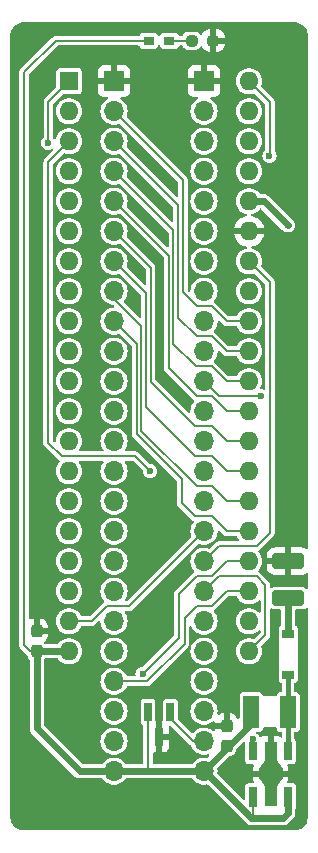
<source format=gbr>
G04 #@! TF.GenerationSoftware,KiCad,Pcbnew,8.0.4+dfsg-1*
G04 #@! TF.CreationDate,2025-02-22T20:37:06+09:00*
G04 #@! TF.ProjectId,bionic-tms9981-dcdc,62696f6e-6963-42d7-946d-73393938312d,3*
G04 #@! TF.SameCoordinates,Original*
G04 #@! TF.FileFunction,Copper,L1,Top*
G04 #@! TF.FilePolarity,Positive*
%FSLAX46Y46*%
G04 Gerber Fmt 4.6, Leading zero omitted, Abs format (unit mm)*
G04 Created by KiCad (PCBNEW 8.0.4+dfsg-1) date 2025-02-22 20:37:06*
%MOMM*%
%LPD*%
G01*
G04 APERTURE LIST*
G04 Aperture macros list*
%AMRoundRect*
0 Rectangle with rounded corners*
0 $1 Rounding radius*
0 $2 $3 $4 $5 $6 $7 $8 $9 X,Y pos of 4 corners*
0 Add a 4 corners polygon primitive as box body*
4,1,4,$2,$3,$4,$5,$6,$7,$8,$9,$2,$3,0*
0 Add four circle primitives for the rounded corners*
1,1,$1+$1,$2,$3*
1,1,$1+$1,$4,$5*
1,1,$1+$1,$6,$7*
1,1,$1+$1,$8,$9*
0 Add four rect primitives between the rounded corners*
20,1,$1+$1,$2,$3,$4,$5,0*
20,1,$1+$1,$4,$5,$6,$7,0*
20,1,$1+$1,$6,$7,$8,$9,0*
20,1,$1+$1,$8,$9,$2,$3,0*%
%AMFreePoly0*
4,1,13,0.500000,1.050000,1.000000,0.350000,1.000000,-0.450000,0.500000,-1.150000,0.500000,-2.750000,-0.500000,-2.750000,-0.500000,-1.150000,-1.000000,-0.450000,-1.000000,0.350000,-0.500000,1.050000,-0.500000,2.750000,0.500000,2.750000,0.500000,1.050000,0.500000,1.050000,$1*%
G04 Aperture macros list end*
G04 #@! TA.AperFunction,SMDPad,CuDef*
%ADD10R,1.371600X2.743200*%
G04 #@! TD*
G04 #@! TA.AperFunction,SMDPad,CuDef*
%ADD11RoundRect,0.237500X-0.250000X-0.237500X0.250000X-0.237500X0.250000X0.237500X-0.250000X0.237500X0*%
G04 #@! TD*
G04 #@! TA.AperFunction,SMDPad,CuDef*
%ADD12R,0.965200X0.762000*%
G04 #@! TD*
G04 #@! TA.AperFunction,SMDPad,CuDef*
%ADD13R,0.700000X1.600000*%
G04 #@! TD*
G04 #@! TA.AperFunction,SMDPad,CuDef*
%ADD14FreePoly0,180.000000*%
G04 #@! TD*
G04 #@! TA.AperFunction,SMDPad,CuDef*
%ADD15R,0.700000X1.700000*%
G04 #@! TD*
G04 #@! TA.AperFunction,SMDPad,CuDef*
%ADD16R,0.660400X1.625600*%
G04 #@! TD*
G04 #@! TA.AperFunction,ComponentPad*
%ADD17R,1.600000X1.600000*%
G04 #@! TD*
G04 #@! TA.AperFunction,ComponentPad*
%ADD18O,1.600000X1.600000*%
G04 #@! TD*
G04 #@! TA.AperFunction,SMDPad,CuDef*
%ADD19RoundRect,0.237500X0.237500X-0.300000X0.237500X0.300000X-0.237500X0.300000X-0.237500X-0.300000X0*%
G04 #@! TD*
G04 #@! TA.AperFunction,SMDPad,CuDef*
%ADD20R,1.041400X0.762000*%
G04 #@! TD*
G04 #@! TA.AperFunction,SMDPad,CuDef*
%ADD21RoundRect,0.250000X1.100000X-0.412500X1.100000X0.412500X-1.100000X0.412500X-1.100000X-0.412500X0*%
G04 #@! TD*
G04 #@! TA.AperFunction,ComponentPad*
%ADD22R,1.700000X1.700000*%
G04 #@! TD*
G04 #@! TA.AperFunction,ComponentPad*
%ADD23O,1.700000X1.700000*%
G04 #@! TD*
G04 #@! TA.AperFunction,ViaPad*
%ADD24C,0.600000*%
G04 #@! TD*
G04 #@! TA.AperFunction,Conductor*
%ADD25C,0.600000*%
G04 #@! TD*
G04 #@! TA.AperFunction,Conductor*
%ADD26C,0.200000*%
G04 #@! TD*
G04 #@! TA.AperFunction,Conductor*
%ADD27C,0.400000*%
G04 #@! TD*
G04 APERTURE END LIST*
D10*
X121497800Y-128470800D03*
X124647400Y-128470800D03*
D11*
X116470500Y-71651000D03*
X118295500Y-71651000D03*
D12*
X114576300Y-71651000D03*
X112823700Y-71651000D03*
D13*
X124647400Y-131798200D03*
D14*
X123147400Y-133748200D03*
D13*
X121647400Y-131798200D03*
D15*
X121647400Y-135648200D03*
X124647400Y-135648200D03*
D16*
X114665200Y-128470800D03*
X112765198Y-128470800D03*
X113715199Y-130602800D03*
D17*
X106080000Y-75080000D03*
D18*
X106080000Y-77620000D03*
X106080000Y-80160000D03*
X106080000Y-82700000D03*
X106080000Y-85240000D03*
X106080000Y-87780000D03*
X106080000Y-90320000D03*
X106080000Y-92860000D03*
X106080000Y-95400000D03*
X106080000Y-97940000D03*
X106080000Y-100480000D03*
X106080000Y-103020000D03*
X106080000Y-105560000D03*
X106080000Y-108100000D03*
X106080000Y-110640000D03*
X106080000Y-113180000D03*
X106080000Y-115720000D03*
X106080000Y-118260000D03*
X106080000Y-120800000D03*
X106080000Y-123340000D03*
X121320000Y-123340000D03*
X121320000Y-120800000D03*
X121320000Y-118260000D03*
X121320000Y-115720000D03*
X121320000Y-113180000D03*
X121320000Y-110640000D03*
X121320000Y-108100000D03*
X121320000Y-105560000D03*
X121320000Y-103020000D03*
X121320000Y-100480000D03*
X121320000Y-97940000D03*
X121320000Y-95400000D03*
X121320000Y-92860000D03*
X121320000Y-90320000D03*
X121320000Y-87780000D03*
X121320000Y-85240000D03*
X121320000Y-82700000D03*
X121320000Y-80160000D03*
X121320000Y-77620000D03*
X121320000Y-75080000D03*
D19*
X119415000Y-131364200D03*
X119415000Y-129639200D03*
X103336800Y-123338900D03*
X103336800Y-121613900D03*
D20*
X124647400Y-121866800D03*
X124647400Y-125346600D03*
D21*
X124647400Y-118845000D03*
X124647400Y-115720000D03*
D22*
X109890000Y-75080000D03*
D23*
X109890000Y-77620000D03*
X109890000Y-80160000D03*
X109890000Y-82700000D03*
X109890000Y-85240000D03*
X109890000Y-87780000D03*
X109890000Y-90320000D03*
X109890000Y-92860000D03*
X109890000Y-95400000D03*
X109890000Y-97940000D03*
X109890000Y-100480000D03*
X109890000Y-103020000D03*
X109890000Y-105560000D03*
X109890000Y-108100000D03*
X109890000Y-110640000D03*
X109890000Y-113180000D03*
X109890000Y-115720000D03*
X109890000Y-118260000D03*
X109890000Y-120800000D03*
X109890000Y-123340000D03*
X109890000Y-125880000D03*
X109890000Y-128420000D03*
X109890000Y-130960000D03*
X109890000Y-133500000D03*
X117510000Y-133500000D03*
X117510000Y-130960000D03*
X117510000Y-128420000D03*
X117510000Y-125880000D03*
X117510000Y-123340000D03*
X117510000Y-120800000D03*
X117510000Y-118260000D03*
X117510000Y-115720000D03*
X117510000Y-113180000D03*
X117510000Y-110640000D03*
X117510000Y-108100000D03*
X117510000Y-105560000D03*
X117510000Y-103020000D03*
X117510000Y-100480000D03*
X117510000Y-97940000D03*
X117510000Y-95400000D03*
X117510000Y-92860000D03*
X117510000Y-90320000D03*
X117510000Y-87780000D03*
X117510000Y-85240000D03*
X117510000Y-82700000D03*
X117510000Y-80160000D03*
X117510000Y-77620000D03*
D22*
X117510000Y-75080000D03*
D24*
X121218400Y-133728600D03*
X102651000Y-71778000D03*
X103540000Y-133119000D03*
X113700000Y-118641000D03*
X113700000Y-132357000D03*
X103286000Y-120038000D03*
X105953000Y-129944000D03*
X113700000Y-113688000D03*
X103286000Y-83970000D03*
X125790400Y-113840400D03*
X125028400Y-133779400D03*
X123047200Y-81379200D03*
X122336000Y-101750000D03*
X104321000Y-80287000D03*
X112938000Y-108100000D03*
X112303000Y-125245000D03*
X124622000Y-120292000D03*
X124616185Y-87277815D03*
X121624800Y-130807600D03*
D25*
X121472400Y-129537600D02*
X121472400Y-128470800D01*
D26*
X102776900Y-123338900D02*
X103336800Y-123338900D01*
X112765198Y-128470800D02*
X112765198Y-133469602D01*
X102270000Y-74318000D02*
X102270000Y-122832000D01*
D25*
X117560800Y-133500000D02*
X117510000Y-133500000D01*
X109890000Y-133500000D02*
X106969000Y-133500000D01*
D26*
X112765198Y-133469602D02*
X112734800Y-133500000D01*
D25*
X106078900Y-123338900D02*
X106080000Y-123340000D01*
X103336800Y-129867800D02*
X103336800Y-123338900D01*
X124210180Y-137462400D02*
X124647400Y-137025180D01*
D26*
X102270000Y-122832000D02*
X102776900Y-123338900D01*
D25*
X112734800Y-133500000D02*
X109890000Y-133500000D01*
X103336700Y-123339000D02*
X103336800Y-123338900D01*
X117510000Y-133500000D02*
X121472400Y-129537600D01*
D26*
X121523200Y-137462400D02*
X121647400Y-137338200D01*
X121647400Y-137338200D02*
X121647400Y-135648200D01*
X112823700Y-71651000D02*
X104937000Y-71651000D01*
D25*
X121523200Y-137462400D02*
X124210180Y-137462400D01*
X106969000Y-133500000D02*
X103336800Y-129867800D01*
X124647400Y-137025180D02*
X124647400Y-135648200D01*
X117510000Y-133500000D02*
X112734800Y-133500000D01*
X103336800Y-123338900D02*
X106078900Y-123338900D01*
D26*
X104937000Y-71651000D02*
X102270000Y-74318000D01*
D25*
X121523200Y-137462400D02*
X117560800Y-133500000D01*
D27*
X122717000Y-87780000D02*
X121320000Y-87780000D01*
X121320000Y-87780000D02*
X119923000Y-87780000D01*
D26*
X122691600Y-117726600D02*
X122691600Y-121968400D01*
X118780000Y-116990000D02*
X121955000Y-116990000D01*
X121955000Y-116990000D02*
X122691600Y-117726600D01*
X122691600Y-121968400D02*
X121320000Y-123340000D01*
X117510000Y-118260000D02*
X118780000Y-116990000D01*
X118780000Y-114450000D02*
X117510000Y-115720000D01*
X121320000Y-90320000D02*
X123098000Y-92098000D01*
X123098000Y-92098000D02*
X123098000Y-113307000D01*
X121955000Y-114450000D02*
X118780000Y-114450000D01*
X123098000Y-113307000D02*
X121955000Y-114450000D01*
X118145200Y-111910200D02*
X116748200Y-111910200D01*
X115605000Y-108735000D02*
X111795000Y-104925000D01*
X121320000Y-113180000D02*
X119415000Y-113180000D01*
X116748200Y-111910200D02*
X115605000Y-110767000D01*
X119415000Y-113180000D02*
X118145200Y-111910200D01*
X111795000Y-104925000D02*
X111795000Y-97305000D01*
X111795000Y-97305000D02*
X109890000Y-95400000D01*
X115605000Y-110767000D02*
X115605000Y-108735000D01*
X118145000Y-109370000D02*
X119415000Y-110640000D01*
X112195000Y-104690000D02*
X116875000Y-109370000D01*
X112195000Y-95818000D02*
X112195000Y-104690000D01*
X109890000Y-92860000D02*
X109890000Y-93513000D01*
X109890000Y-93513000D02*
X112195000Y-95818000D01*
X119415000Y-110640000D02*
X121320000Y-110640000D01*
X116875000Y-109370000D02*
X118145000Y-109370000D01*
X112595000Y-93025000D02*
X112595000Y-102677000D01*
X119415000Y-108100000D02*
X121320000Y-108100000D01*
X109890000Y-90320000D02*
X112595000Y-93025000D01*
X116748000Y-106830000D02*
X118145000Y-106830000D01*
X112595000Y-102677000D02*
X116748000Y-106830000D01*
X118145000Y-106830000D02*
X119415000Y-108100000D01*
X118780000Y-101750000D02*
X117510000Y-100480000D01*
X123098000Y-81328400D02*
X123098000Y-76858000D01*
X123098000Y-76858000D02*
X121320000Y-75080000D01*
X123047200Y-81379200D02*
X123098000Y-81328400D01*
X122336000Y-101750000D02*
X118780000Y-101750000D01*
X109890000Y-87780000D02*
X112995000Y-90885000D01*
X112995000Y-90885000D02*
X112995000Y-100537000D01*
X116748000Y-104290000D02*
X118145000Y-104290000D01*
X119415000Y-105560000D02*
X121320000Y-105560000D01*
X112995000Y-100537000D02*
X116748000Y-104290000D01*
X118145000Y-104290000D02*
X119415000Y-105560000D01*
X118145000Y-101750000D02*
X119415000Y-103020000D01*
X109890000Y-85240000D02*
X114509600Y-89859600D01*
X114509600Y-99384600D02*
X116875000Y-101750000D01*
X116875000Y-101750000D02*
X118145000Y-101750000D01*
X119415000Y-103020000D02*
X121320000Y-103020000D01*
X114509600Y-89859600D02*
X114509600Y-99384600D01*
X119415000Y-100480000D02*
X121320000Y-100480000D01*
X114909600Y-87719600D02*
X114909600Y-97308100D01*
X109890000Y-82700000D02*
X114909600Y-87719600D01*
X118145000Y-99210000D02*
X119415000Y-100480000D01*
X114909600Y-97308100D02*
X116811500Y-99210000D01*
X116811500Y-99210000D02*
X118145000Y-99210000D01*
X109890000Y-80160000D02*
X115309600Y-85579600D01*
X116875000Y-96670000D02*
X118145000Y-96670000D01*
X118145000Y-96670000D02*
X119415000Y-97940000D01*
X119415000Y-97940000D02*
X121320000Y-97940000D01*
X115309600Y-85579600D02*
X115309600Y-95104600D01*
X115309600Y-95104600D02*
X116875000Y-96670000D01*
X115709600Y-83439600D02*
X115709600Y-92964600D01*
X118145000Y-94130000D02*
X119415000Y-95400000D01*
X119415000Y-95400000D02*
X121320000Y-95400000D01*
X109890000Y-77620000D02*
X115709600Y-83439600D01*
X116875000Y-94130000D02*
X118145000Y-94130000D01*
X115709600Y-92964600D02*
X116875000Y-94130000D01*
X112684000Y-125880000D02*
X109890000Y-125880000D01*
X115859000Y-122705000D02*
X112684000Y-125880000D01*
X118145000Y-119530000D02*
X116875000Y-119530000D01*
X121320000Y-118260000D02*
X119415000Y-118260000D01*
X119415000Y-118260000D02*
X118145000Y-119530000D01*
X116875000Y-119530000D02*
X115859000Y-120546000D01*
X115859000Y-120546000D02*
X115859000Y-122705000D01*
X104321000Y-80287000D02*
X104321000Y-76839000D01*
X104321000Y-76839000D02*
X106080000Y-75080000D01*
X112938000Y-108100000D02*
X111668000Y-106830000D01*
X111668000Y-106830000D02*
X105445000Y-106830000D01*
X104302000Y-81938000D02*
X106080000Y-80160000D01*
X104302000Y-105687000D02*
X104302000Y-81938000D01*
X105445000Y-106830000D02*
X104302000Y-105687000D01*
X116875000Y-116990000D02*
X118145000Y-116990000D01*
X119415000Y-115720000D02*
X121320000Y-115720000D01*
X115351000Y-122197000D02*
X115351000Y-118514000D01*
X115351000Y-118514000D02*
X116875000Y-116990000D01*
X112303000Y-125245000D02*
X115351000Y-122197000D01*
X118145000Y-116990000D02*
X119415000Y-115720000D01*
X114576300Y-71651000D02*
X116470500Y-71651000D01*
X111160000Y-119530000D02*
X117510000Y-113180000D01*
X109255000Y-119530000D02*
X111160000Y-119530000D01*
X106080000Y-120800000D02*
X107985000Y-120800000D01*
X107985000Y-120800000D02*
X109255000Y-119530000D01*
X116595600Y-130960000D02*
X117510000Y-130960000D01*
X114665200Y-128470800D02*
X114665200Y-129029600D01*
X114665200Y-129029600D02*
X116595600Y-130960000D01*
D25*
X122578371Y-85240000D02*
X121320000Y-85240000D01*
X124622000Y-121866800D02*
X124622000Y-118845000D01*
X124616185Y-87277814D02*
X122578371Y-85240000D01*
X124616185Y-87277815D02*
X124616185Y-87277814D01*
D26*
X121624800Y-130807600D02*
X121624800Y-131798200D01*
D27*
X124622000Y-125270400D02*
X124647400Y-125295800D01*
X124647400Y-125295800D02*
X124647400Y-131775600D01*
X124647400Y-131775600D02*
X124624800Y-131798200D01*
G04 #@! TA.AperFunction,Conductor*
G36*
X125133875Y-70075805D02*
G01*
X125309097Y-70089594D01*
X125324430Y-70092023D01*
X125491550Y-70132145D01*
X125506317Y-70136943D01*
X125665104Y-70202715D01*
X125678926Y-70209758D01*
X125825469Y-70299560D01*
X125838032Y-70308688D01*
X125968717Y-70420303D01*
X125979699Y-70431285D01*
X126091311Y-70561967D01*
X126100440Y-70574532D01*
X126190238Y-70721068D01*
X126197287Y-70734902D01*
X126263054Y-70893678D01*
X126267855Y-70908453D01*
X126307975Y-71075564D01*
X126310405Y-71090907D01*
X126324195Y-71266123D01*
X126324500Y-71273891D01*
X126324500Y-114604882D01*
X126305593Y-114663073D01*
X126256093Y-114699037D01*
X126194907Y-114699037D01*
X126173528Y-114689143D01*
X126066524Y-114623143D01*
X125900093Y-114567993D01*
X125797387Y-114557500D01*
X124897401Y-114557500D01*
X124897400Y-114557501D01*
X124897400Y-116882498D01*
X124897401Y-116882499D01*
X125797386Y-116882499D01*
X125900087Y-116872007D01*
X125900099Y-116872004D01*
X126066522Y-116816857D01*
X126173527Y-116750856D01*
X126232980Y-116736400D01*
X126289576Y-116759650D01*
X126321697Y-116811726D01*
X126324500Y-116835117D01*
X126324500Y-117988058D01*
X126305593Y-118046249D01*
X126256093Y-118082213D01*
X126194907Y-118082213D01*
X126146618Y-118047880D01*
X126140324Y-118039581D01*
X126140322Y-118039578D01*
X126019742Y-117948139D01*
X126019741Y-117948138D01*
X126019739Y-117948137D01*
X125878965Y-117892623D01*
X125790506Y-117882000D01*
X125790502Y-117882000D01*
X123504298Y-117882000D01*
X123504293Y-117882000D01*
X123415834Y-117892623D01*
X123275060Y-117948137D01*
X123275056Y-117948140D01*
X123250919Y-117966444D01*
X123193128Y-117986539D01*
X123134562Y-117968828D01*
X123097592Y-117920075D01*
X123092100Y-117887560D01*
X123092100Y-117787314D01*
X123092101Y-117787301D01*
X123092101Y-117673872D01*
X123092100Y-117673870D01*
X123086173Y-117651752D01*
X123064807Y-117572013D01*
X123052448Y-117550606D01*
X123052447Y-117550604D01*
X123052447Y-117550603D01*
X123012083Y-117480691D01*
X123012081Y-117480689D01*
X123012080Y-117480687D01*
X122937513Y-117406120D01*
X122937510Y-117406118D01*
X122200913Y-116669520D01*
X122200910Y-116669518D01*
X122141242Y-116635068D01*
X122100302Y-116589598D01*
X122093907Y-116528748D01*
X122124047Y-116476171D01*
X122136764Y-116464579D01*
X122259673Y-116301821D01*
X122350582Y-116119250D01*
X122393048Y-115970001D01*
X122797401Y-115970001D01*
X122797401Y-116182486D01*
X122807892Y-116285187D01*
X122807895Y-116285199D01*
X122863043Y-116451624D01*
X122955080Y-116600840D01*
X123079059Y-116724819D01*
X123228275Y-116816856D01*
X123394706Y-116872006D01*
X123497412Y-116882499D01*
X124397398Y-116882499D01*
X124397400Y-116882498D01*
X124397400Y-115970001D01*
X124397399Y-115970000D01*
X122797402Y-115970000D01*
X122797401Y-115970001D01*
X122393048Y-115970001D01*
X122406397Y-115923083D01*
X122425215Y-115720000D01*
X122406397Y-115516917D01*
X122350582Y-115320750D01*
X122319093Y-115257512D01*
X122797400Y-115257512D01*
X122797400Y-115469999D01*
X122797401Y-115470000D01*
X124397399Y-115470000D01*
X124397400Y-115469999D01*
X124397400Y-114557501D01*
X124397399Y-114557500D01*
X123497413Y-114557500D01*
X123394712Y-114567992D01*
X123394700Y-114567995D01*
X123228275Y-114623143D01*
X123079059Y-114715180D01*
X122955080Y-114839159D01*
X122863043Y-114988375D01*
X122807893Y-115154806D01*
X122797400Y-115257512D01*
X122319093Y-115257512D01*
X122259673Y-115138179D01*
X122136764Y-114975421D01*
X122124047Y-114963828D01*
X122093782Y-114910654D01*
X122100552Y-114849844D01*
X122141241Y-114804931D01*
X122200913Y-114770480D01*
X123418480Y-113552913D01*
X123418483Y-113552908D01*
X123471205Y-113461592D01*
X123471205Y-113461590D01*
X123471207Y-113461588D01*
X123498500Y-113359727D01*
X123498500Y-113254273D01*
X123498500Y-92158714D01*
X123498501Y-92158701D01*
X123498501Y-92045272D01*
X123498500Y-92045270D01*
X123471207Y-91943413D01*
X123468051Y-91937946D01*
X123429198Y-91870652D01*
X123418480Y-91852087D01*
X123343913Y-91777520D01*
X123343910Y-91777518D01*
X122377336Y-90810943D01*
X122349559Y-90756426D01*
X122352118Y-90713848D01*
X122406397Y-90523083D01*
X122425215Y-90320000D01*
X122406397Y-90116917D01*
X122350582Y-89920750D01*
X122259673Y-89738179D01*
X122136764Y-89575421D01*
X121986041Y-89438019D01*
X121812637Y-89330652D01*
X121665283Y-89273567D01*
X121622454Y-89256975D01*
X121584582Y-89249896D01*
X121530857Y-89220618D01*
X121504601Y-89165352D01*
X121515844Y-89105209D01*
X121560292Y-89063160D01*
X121577151Y-89056955D01*
X121766324Y-89006266D01*
X121972481Y-88910134D01*
X122158811Y-88779665D01*
X122319665Y-88618811D01*
X122450134Y-88432481D01*
X122546266Y-88226323D01*
X122598872Y-88030000D01*
X121635686Y-88030000D01*
X121640080Y-88025606D01*
X121692741Y-87934394D01*
X121720000Y-87832661D01*
X121720000Y-87727339D01*
X121692741Y-87625606D01*
X121640080Y-87534394D01*
X121635686Y-87530000D01*
X122598872Y-87530000D01*
X122546266Y-87333676D01*
X122450134Y-87127518D01*
X122319665Y-86941188D01*
X122158811Y-86780334D01*
X121972481Y-86649865D01*
X121766323Y-86553733D01*
X121577151Y-86503044D01*
X121525836Y-86469720D01*
X121503910Y-86412598D01*
X121519746Y-86353498D01*
X121567296Y-86314992D01*
X121584568Y-86310106D01*
X121622456Y-86303024D01*
X121812637Y-86229348D01*
X121986041Y-86121981D01*
X122136764Y-85984579D01*
X122213178Y-85883389D01*
X122263332Y-85848348D01*
X122324507Y-85849479D01*
X122362184Y-85873048D01*
X124131369Y-87642233D01*
X124131386Y-87642252D01*
X124159152Y-87670019D01*
X124167685Y-87679748D01*
X124187903Y-87706097D01*
X124187907Y-87706100D01*
X124214244Y-87726309D01*
X124223979Y-87734846D01*
X124247467Y-87758333D01*
X124247469Y-87758335D01*
X124276232Y-87774941D01*
X124286994Y-87782132D01*
X124313344Y-87802351D01*
X124327164Y-87808075D01*
X124344029Y-87815061D01*
X124355646Y-87820790D01*
X124384396Y-87837390D01*
X124384398Y-87837390D01*
X124384401Y-87837392D01*
X124416478Y-87845986D01*
X124428734Y-87850146D01*
X124459423Y-87862859D01*
X124492353Y-87867194D01*
X124505036Y-87869716D01*
X124537128Y-87878315D01*
X124570335Y-87878315D01*
X124583257Y-87879162D01*
X124616184Y-87883497D01*
X124616185Y-87883497D01*
X124616186Y-87883497D01*
X124649113Y-87879162D01*
X124662035Y-87878315D01*
X124695241Y-87878315D01*
X124695242Y-87878315D01*
X124727323Y-87869718D01*
X124740012Y-87867194D01*
X124772947Y-87862859D01*
X124803636Y-87850146D01*
X124815889Y-87845986D01*
X124847969Y-87837392D01*
X124866311Y-87826801D01*
X124876727Y-87820788D01*
X124888339Y-87815061D01*
X124919026Y-87802351D01*
X124945378Y-87782129D01*
X124956141Y-87774939D01*
X124984901Y-87758335D01*
X125008389Y-87734845D01*
X125018117Y-87726315D01*
X125044467Y-87706097D01*
X125064685Y-87679747D01*
X125073215Y-87670019D01*
X125096705Y-87646531D01*
X125113310Y-87617769D01*
X125120499Y-87607008D01*
X125140721Y-87580656D01*
X125153432Y-87549965D01*
X125159158Y-87538357D01*
X125175760Y-87509602D01*
X125175762Y-87509599D01*
X125184356Y-87477519D01*
X125188516Y-87465266D01*
X125201229Y-87434577D01*
X125205564Y-87401642D01*
X125208088Y-87388953D01*
X125216685Y-87356872D01*
X125216685Y-87323664D01*
X125217532Y-87310742D01*
X125221867Y-87277815D01*
X125221867Y-87277814D01*
X125217532Y-87244886D01*
X125216685Y-87231964D01*
X125216685Y-87198758D01*
X125216530Y-87198179D01*
X125208086Y-87166669D01*
X125205562Y-87153974D01*
X125205395Y-87152707D01*
X125201229Y-87121053D01*
X125188518Y-87090368D01*
X125184357Y-87078108D01*
X125175762Y-87046029D01*
X125159150Y-87017257D01*
X125153426Y-87005648D01*
X125151748Y-87001597D01*
X125140721Y-86974974D01*
X125120495Y-86948615D01*
X125113312Y-86937864D01*
X125110994Y-86933848D01*
X125110990Y-86933841D01*
X125096705Y-86909097D01*
X125073213Y-86885605D01*
X125064676Y-86875870D01*
X125044470Y-86849537D01*
X125044467Y-86849533D01*
X125040942Y-86846828D01*
X125018123Y-86829318D01*
X125008390Y-86820782D01*
X124981445Y-86793838D01*
X124981443Y-86793837D01*
X123058892Y-84871286D01*
X123058891Y-84871284D01*
X122947087Y-84759480D01*
X122947084Y-84759478D01*
X122836940Y-84695886D01*
X122836936Y-84695885D01*
X122810156Y-84680423D01*
X122657428Y-84639499D01*
X122499314Y-84639499D01*
X122493251Y-84639499D01*
X122493235Y-84639500D01*
X122294863Y-84639500D01*
X122236672Y-84620593D01*
X122215861Y-84600163D01*
X122136764Y-84495421D01*
X121986041Y-84358019D01*
X121812637Y-84250652D01*
X121622456Y-84176976D01*
X121622455Y-84176975D01*
X121622453Y-84176975D01*
X121421976Y-84139500D01*
X121218024Y-84139500D01*
X121017546Y-84176975D01*
X120947632Y-84204059D01*
X120827363Y-84250652D01*
X120718676Y-84317948D01*
X120653959Y-84358019D01*
X120503237Y-84495420D01*
X120380328Y-84658177D01*
X120380323Y-84658186D01*
X120289419Y-84840747D01*
X120289418Y-84840750D01*
X120233603Y-85036917D01*
X120214785Y-85240000D01*
X120233603Y-85443083D01*
X120289418Y-85639250D01*
X120380327Y-85821821D01*
X120503236Y-85984579D01*
X120653959Y-86121981D01*
X120827363Y-86229348D01*
X121017544Y-86303024D01*
X121055418Y-86310103D01*
X121109141Y-86339380D01*
X121135398Y-86394645D01*
X121124156Y-86454789D01*
X121079709Y-86496838D01*
X121062848Y-86503044D01*
X120873676Y-86553733D01*
X120667518Y-86649865D01*
X120481188Y-86780334D01*
X120320334Y-86941188D01*
X120189865Y-87127518D01*
X120093733Y-87333676D01*
X120041128Y-87530000D01*
X121004314Y-87530000D01*
X120999920Y-87534394D01*
X120947259Y-87625606D01*
X120920000Y-87727339D01*
X120920000Y-87832661D01*
X120947259Y-87934394D01*
X120999920Y-88025606D01*
X121004314Y-88030000D01*
X120041128Y-88030000D01*
X120093733Y-88226323D01*
X120189865Y-88432481D01*
X120320334Y-88618811D01*
X120481188Y-88779665D01*
X120667518Y-88910134D01*
X120873675Y-89006266D01*
X121062848Y-89056955D01*
X121114162Y-89090279D01*
X121136089Y-89147401D01*
X121120254Y-89206501D01*
X121072704Y-89245006D01*
X121055417Y-89249896D01*
X121017545Y-89256975D01*
X120943393Y-89285702D01*
X120827363Y-89330652D01*
X120718676Y-89397948D01*
X120653959Y-89438019D01*
X120503237Y-89575420D01*
X120380328Y-89738177D01*
X120380323Y-89738186D01*
X120298450Y-89902611D01*
X120289418Y-89920750D01*
X120233603Y-90116917D01*
X120214785Y-90320000D01*
X120233603Y-90523083D01*
X120289418Y-90719250D01*
X120380327Y-90901821D01*
X120503236Y-91064579D01*
X120653959Y-91201981D01*
X120827363Y-91309348D01*
X121017544Y-91383024D01*
X121218024Y-91420500D01*
X121421976Y-91420500D01*
X121622456Y-91383024D01*
X121702258Y-91352107D01*
X121763350Y-91348717D01*
X121808026Y-91374418D01*
X122668504Y-92234896D01*
X122696281Y-92289413D01*
X122697500Y-92304900D01*
X122697500Y-101101597D01*
X122678593Y-101159788D01*
X122629093Y-101195752D01*
X122567907Y-101195752D01*
X122560615Y-101193061D01*
X122492767Y-101164957D01*
X122492758Y-101164955D01*
X122363347Y-101147918D01*
X122308122Y-101121577D01*
X122278927Y-101067806D01*
X122286913Y-101007144D01*
X122287593Y-101005748D01*
X122350582Y-100879250D01*
X122406397Y-100683083D01*
X122425215Y-100480000D01*
X122406397Y-100276917D01*
X122350582Y-100080750D01*
X122259673Y-99898179D01*
X122136764Y-99735421D01*
X121986041Y-99598019D01*
X121812637Y-99490652D01*
X121622456Y-99416976D01*
X121622455Y-99416975D01*
X121622453Y-99416975D01*
X121421976Y-99379500D01*
X121218024Y-99379500D01*
X121017546Y-99416975D01*
X120965017Y-99437325D01*
X120827363Y-99490652D01*
X120718676Y-99557948D01*
X120653959Y-99598019D01*
X120503237Y-99735420D01*
X120380328Y-99898177D01*
X120380323Y-99898186D01*
X120317363Y-100024628D01*
X120274500Y-100068291D01*
X120228742Y-100079500D01*
X119621901Y-100079500D01*
X119563710Y-100060593D01*
X119551897Y-100050504D01*
X118992045Y-99490652D01*
X118390913Y-98889520D01*
X118390910Y-98889518D01*
X118376680Y-98881302D01*
X118335739Y-98835831D01*
X118329345Y-98774981D01*
X118359489Y-98722401D01*
X118363872Y-98718407D01*
X118492366Y-98548255D01*
X118587405Y-98357389D01*
X118645756Y-98152310D01*
X118661505Y-97982346D01*
X118685700Y-97926151D01*
X118738307Y-97894907D01*
X118799231Y-97900553D01*
X118830085Y-97921479D01*
X119169086Y-98260479D01*
X119169091Y-98260483D01*
X119260408Y-98313205D01*
X119260406Y-98313205D01*
X119260410Y-98313206D01*
X119260412Y-98313207D01*
X119362273Y-98340500D01*
X120228742Y-98340500D01*
X120286933Y-98359407D01*
X120317362Y-98395371D01*
X120380327Y-98521821D01*
X120503236Y-98684579D01*
X120653959Y-98821981D01*
X120827363Y-98929348D01*
X121017544Y-99003024D01*
X121218024Y-99040500D01*
X121421976Y-99040500D01*
X121622456Y-99003024D01*
X121812637Y-98929348D01*
X121986041Y-98821981D01*
X122136764Y-98684579D01*
X122259673Y-98521821D01*
X122350582Y-98339250D01*
X122406397Y-98143083D01*
X122425215Y-97940000D01*
X122406397Y-97736917D01*
X122350582Y-97540750D01*
X122259673Y-97358179D01*
X122136764Y-97195421D01*
X121986041Y-97058019D01*
X121812637Y-96950652D01*
X121622456Y-96876976D01*
X121622455Y-96876975D01*
X121622453Y-96876975D01*
X121421976Y-96839500D01*
X121218024Y-96839500D01*
X121017546Y-96876975D01*
X120947632Y-96904059D01*
X120827363Y-96950652D01*
X120718676Y-97017948D01*
X120653959Y-97058019D01*
X120503237Y-97195420D01*
X120380328Y-97358177D01*
X120380323Y-97358186D01*
X120317363Y-97484628D01*
X120274500Y-97528291D01*
X120228742Y-97539500D01*
X119621901Y-97539500D01*
X119563710Y-97520593D01*
X119551897Y-97510504D01*
X118992045Y-96950652D01*
X118390913Y-96349520D01*
X118390910Y-96349518D01*
X118376680Y-96341302D01*
X118335739Y-96295831D01*
X118329345Y-96234981D01*
X118359489Y-96182401D01*
X118363872Y-96178407D01*
X118492366Y-96008255D01*
X118587405Y-95817389D01*
X118645756Y-95612310D01*
X118661505Y-95442346D01*
X118685700Y-95386151D01*
X118738307Y-95354907D01*
X118799231Y-95360553D01*
X118830085Y-95381479D01*
X119169086Y-95720479D01*
X119169091Y-95720483D01*
X119260408Y-95773205D01*
X119260406Y-95773205D01*
X119260410Y-95773206D01*
X119260412Y-95773207D01*
X119362273Y-95800500D01*
X120228742Y-95800500D01*
X120286933Y-95819407D01*
X120317362Y-95855371D01*
X120380327Y-95981821D01*
X120503236Y-96144579D01*
X120653959Y-96281981D01*
X120827363Y-96389348D01*
X121017544Y-96463024D01*
X121218024Y-96500500D01*
X121421976Y-96500500D01*
X121622456Y-96463024D01*
X121812637Y-96389348D01*
X121986041Y-96281981D01*
X122136764Y-96144579D01*
X122259673Y-95981821D01*
X122350582Y-95799250D01*
X122406397Y-95603083D01*
X122425215Y-95400000D01*
X122406397Y-95196917D01*
X122350582Y-95000750D01*
X122259673Y-94818179D01*
X122136764Y-94655421D01*
X121986041Y-94518019D01*
X121812637Y-94410652D01*
X121622456Y-94336976D01*
X121622455Y-94336975D01*
X121622453Y-94336975D01*
X121421976Y-94299500D01*
X121218024Y-94299500D01*
X121017546Y-94336975D01*
X120947632Y-94364059D01*
X120827363Y-94410652D01*
X120718676Y-94477948D01*
X120653959Y-94518019D01*
X120503237Y-94655420D01*
X120380328Y-94818177D01*
X120380323Y-94818186D01*
X120317363Y-94944628D01*
X120274500Y-94988291D01*
X120228742Y-94999500D01*
X119621901Y-94999500D01*
X119563710Y-94980593D01*
X119551897Y-94970504D01*
X118992045Y-94410652D01*
X118390913Y-93809520D01*
X118390910Y-93809518D01*
X118376680Y-93801302D01*
X118335739Y-93755831D01*
X118329345Y-93694981D01*
X118359489Y-93642401D01*
X118363872Y-93638407D01*
X118492366Y-93468255D01*
X118587405Y-93277389D01*
X118645756Y-93072310D01*
X118665429Y-92860000D01*
X120214785Y-92860000D01*
X120233603Y-93063083D01*
X120289418Y-93259250D01*
X120380327Y-93441821D01*
X120503236Y-93604579D01*
X120653959Y-93741981D01*
X120827363Y-93849348D01*
X121017544Y-93923024D01*
X121218024Y-93960500D01*
X121421976Y-93960500D01*
X121622456Y-93923024D01*
X121812637Y-93849348D01*
X121986041Y-93741981D01*
X122136764Y-93604579D01*
X122259673Y-93441821D01*
X122350582Y-93259250D01*
X122406397Y-93063083D01*
X122425215Y-92860000D01*
X122406397Y-92656917D01*
X122350582Y-92460750D01*
X122259673Y-92278179D01*
X122136764Y-92115421D01*
X121986041Y-91978019D01*
X121812637Y-91870652D01*
X121622456Y-91796976D01*
X121622455Y-91796975D01*
X121622453Y-91796975D01*
X121421976Y-91759500D01*
X121218024Y-91759500D01*
X121017546Y-91796975D01*
X120947632Y-91824059D01*
X120827363Y-91870652D01*
X120653959Y-91978019D01*
X120503236Y-92115421D01*
X120470543Y-92158714D01*
X120380328Y-92278177D01*
X120380323Y-92278186D01*
X120298450Y-92442611D01*
X120289418Y-92460750D01*
X120233603Y-92656917D01*
X120214785Y-92860000D01*
X118665429Y-92860000D01*
X118645756Y-92647690D01*
X118587405Y-92442611D01*
X118492366Y-92251745D01*
X118363872Y-92081593D01*
X118309623Y-92032139D01*
X118206307Y-91937952D01*
X118206300Y-91937946D01*
X118025024Y-91825705D01*
X118025019Y-91825702D01*
X117900646Y-91777520D01*
X117826198Y-91748679D01*
X117826197Y-91748678D01*
X117826195Y-91748678D01*
X117616610Y-91709500D01*
X117403390Y-91709500D01*
X117193804Y-91748678D01*
X116994980Y-91825702D01*
X116994975Y-91825705D01*
X116813699Y-91937946D01*
X116813692Y-91937952D01*
X116656135Y-92081586D01*
X116656131Y-92081589D01*
X116656128Y-92081593D01*
X116656125Y-92081597D01*
X116527635Y-92251743D01*
X116527630Y-92251752D01*
X116432596Y-92442608D01*
X116374244Y-92647688D01*
X116358495Y-92817651D01*
X116334299Y-92873849D01*
X116281691Y-92905092D01*
X116220767Y-92899446D01*
X116189913Y-92878520D01*
X116139096Y-92827703D01*
X116111319Y-92773186D01*
X116110100Y-92757699D01*
X116110100Y-90320000D01*
X116354571Y-90320000D01*
X116374244Y-90532310D01*
X116432595Y-90737389D01*
X116527634Y-90928255D01*
X116656128Y-91098407D01*
X116656135Y-91098413D01*
X116813692Y-91242047D01*
X116813699Y-91242053D01*
X116917389Y-91306255D01*
X116994981Y-91354298D01*
X117193802Y-91431321D01*
X117403390Y-91470500D01*
X117616610Y-91470500D01*
X117826198Y-91431321D01*
X118025019Y-91354298D01*
X118206302Y-91242052D01*
X118363872Y-91098407D01*
X118492366Y-90928255D01*
X118587405Y-90737389D01*
X118645756Y-90532310D01*
X118665429Y-90320000D01*
X118645756Y-90107690D01*
X118587405Y-89902611D01*
X118492366Y-89711745D01*
X118363872Y-89541593D01*
X118309623Y-89492139D01*
X118206307Y-89397952D01*
X118206300Y-89397946D01*
X118025024Y-89285705D01*
X118025019Y-89285702D01*
X117932592Y-89249896D01*
X117826198Y-89208679D01*
X117826197Y-89208678D01*
X117826195Y-89208678D01*
X117616610Y-89169500D01*
X117403390Y-89169500D01*
X117193804Y-89208678D01*
X116994980Y-89285702D01*
X116994975Y-89285705D01*
X116813699Y-89397946D01*
X116813692Y-89397952D01*
X116656135Y-89541586D01*
X116656131Y-89541589D01*
X116656128Y-89541593D01*
X116656125Y-89541597D01*
X116527635Y-89711743D01*
X116527630Y-89711752D01*
X116432596Y-89902608D01*
X116374244Y-90107688D01*
X116374244Y-90107690D01*
X116354571Y-90320000D01*
X116110100Y-90320000D01*
X116110100Y-87780000D01*
X116354571Y-87780000D01*
X116363759Y-87879162D01*
X116374244Y-87992310D01*
X116432595Y-88197389D01*
X116527634Y-88388255D01*
X116656128Y-88558407D01*
X116656135Y-88558413D01*
X116813692Y-88702047D01*
X116813699Y-88702053D01*
X116917389Y-88766255D01*
X116994981Y-88814298D01*
X117193802Y-88891321D01*
X117403390Y-88930500D01*
X117616610Y-88930500D01*
X117826198Y-88891321D01*
X118025019Y-88814298D01*
X118206302Y-88702052D01*
X118363872Y-88558407D01*
X118492366Y-88388255D01*
X118587405Y-88197389D01*
X118645756Y-87992310D01*
X118665429Y-87780000D01*
X118645756Y-87567690D01*
X118587405Y-87362611D01*
X118492366Y-87171745D01*
X118363872Y-87001593D01*
X118262411Y-86909098D01*
X118206307Y-86857952D01*
X118206300Y-86857946D01*
X118025024Y-86745705D01*
X118025019Y-86745702D01*
X117826195Y-86668678D01*
X117616610Y-86629500D01*
X117403390Y-86629500D01*
X117193804Y-86668678D01*
X116994980Y-86745702D01*
X116994975Y-86745705D01*
X116813699Y-86857946D01*
X116813692Y-86857952D01*
X116656135Y-87001586D01*
X116656131Y-87001589D01*
X116656128Y-87001593D01*
X116656125Y-87001597D01*
X116527635Y-87171743D01*
X116527630Y-87171752D01*
X116432596Y-87362608D01*
X116432595Y-87362611D01*
X116421488Y-87401646D01*
X116374244Y-87567688D01*
X116354571Y-87780000D01*
X116110100Y-87780000D01*
X116110100Y-85240000D01*
X116354571Y-85240000D01*
X116374244Y-85452310D01*
X116427434Y-85639252D01*
X116432596Y-85657391D01*
X116523772Y-85840500D01*
X116527634Y-85848255D01*
X116656128Y-86018407D01*
X116656135Y-86018413D01*
X116813692Y-86162047D01*
X116813699Y-86162053D01*
X116917389Y-86226255D01*
X116994981Y-86274298D01*
X117193802Y-86351321D01*
X117403390Y-86390500D01*
X117616610Y-86390500D01*
X117826198Y-86351321D01*
X118025019Y-86274298D01*
X118206302Y-86162052D01*
X118363872Y-86018407D01*
X118492366Y-85848255D01*
X118587405Y-85657389D01*
X118645756Y-85452310D01*
X118665429Y-85240000D01*
X118645756Y-85027690D01*
X118587405Y-84822611D01*
X118492366Y-84631745D01*
X118363872Y-84461593D01*
X118309623Y-84412139D01*
X118206307Y-84317952D01*
X118206300Y-84317946D01*
X118025024Y-84205705D01*
X118025019Y-84205702D01*
X117826195Y-84128678D01*
X117616610Y-84089500D01*
X117403390Y-84089500D01*
X117193804Y-84128678D01*
X116994980Y-84205702D01*
X116994975Y-84205705D01*
X116813699Y-84317946D01*
X116813692Y-84317952D01*
X116656135Y-84461586D01*
X116656131Y-84461589D01*
X116656128Y-84461593D01*
X116656125Y-84461597D01*
X116527635Y-84631743D01*
X116527630Y-84631752D01*
X116432596Y-84822608D01*
X116374244Y-85027688D01*
X116374244Y-85027690D01*
X116354571Y-85240000D01*
X116110100Y-85240000D01*
X116110100Y-83386874D01*
X116110100Y-83386873D01*
X116082807Y-83285013D01*
X116082807Y-83285012D01*
X116082807Y-83285011D01*
X116030083Y-83193691D01*
X116030082Y-83193690D01*
X116030081Y-83193689D01*
X116030080Y-83193687D01*
X115536393Y-82700000D01*
X116354571Y-82700000D01*
X116374244Y-82912310D01*
X116432595Y-83117389D01*
X116527634Y-83308255D01*
X116656128Y-83478407D01*
X116656135Y-83478413D01*
X116813692Y-83622047D01*
X116813699Y-83622053D01*
X116828172Y-83631014D01*
X116994981Y-83734298D01*
X117193802Y-83811321D01*
X117403390Y-83850500D01*
X117616610Y-83850500D01*
X117826198Y-83811321D01*
X118025019Y-83734298D01*
X118206302Y-83622052D01*
X118363872Y-83478407D01*
X118492366Y-83308255D01*
X118587405Y-83117389D01*
X118645756Y-82912310D01*
X118665429Y-82700000D01*
X120214785Y-82700000D01*
X120233603Y-82903083D01*
X120289418Y-83099250D01*
X120380327Y-83281821D01*
X120503236Y-83444579D01*
X120653959Y-83581981D01*
X120827363Y-83689348D01*
X121017544Y-83763024D01*
X121218024Y-83800500D01*
X121421976Y-83800500D01*
X121622456Y-83763024D01*
X121812637Y-83689348D01*
X121986041Y-83581981D01*
X122136764Y-83444579D01*
X122259673Y-83281821D01*
X122350582Y-83099250D01*
X122406397Y-82903083D01*
X122425215Y-82700000D01*
X122406397Y-82496917D01*
X122350582Y-82300750D01*
X122259673Y-82118179D01*
X122136764Y-81955421D01*
X121986041Y-81818019D01*
X121812637Y-81710652D01*
X121622456Y-81636976D01*
X121622455Y-81636975D01*
X121622453Y-81636975D01*
X121421976Y-81599500D01*
X121218024Y-81599500D01*
X121017546Y-81636975D01*
X120947632Y-81664059D01*
X120827363Y-81710652D01*
X120653959Y-81818019D01*
X120503237Y-81955420D01*
X120380328Y-82118177D01*
X120380323Y-82118186D01*
X120298450Y-82282611D01*
X120289418Y-82300750D01*
X120233603Y-82496917D01*
X120214785Y-82700000D01*
X118665429Y-82700000D01*
X118645756Y-82487690D01*
X118587405Y-82282611D01*
X118492366Y-82091745D01*
X118363872Y-81921593D01*
X118309623Y-81872139D01*
X118206307Y-81777952D01*
X118206300Y-81777946D01*
X118025024Y-81665705D01*
X118025019Y-81665702D01*
X117826195Y-81588678D01*
X117616610Y-81549500D01*
X117403390Y-81549500D01*
X117193804Y-81588678D01*
X116994980Y-81665702D01*
X116994975Y-81665705D01*
X116813699Y-81777946D01*
X116813692Y-81777952D01*
X116656135Y-81921586D01*
X116656131Y-81921589D01*
X116656128Y-81921593D01*
X116656125Y-81921597D01*
X116527635Y-82091743D01*
X116527630Y-82091752D01*
X116432596Y-82282608D01*
X116374244Y-82487688D01*
X116374244Y-82487690D01*
X116354571Y-82700000D01*
X115536393Y-82700000D01*
X112996393Y-80160000D01*
X116354571Y-80160000D01*
X116374244Y-80372310D01*
X116432595Y-80577389D01*
X116527634Y-80768255D01*
X116656128Y-80938407D01*
X116698175Y-80976738D01*
X116813692Y-81082047D01*
X116813699Y-81082053D01*
X116917389Y-81146255D01*
X116994981Y-81194298D01*
X117193802Y-81271321D01*
X117403390Y-81310500D01*
X117616610Y-81310500D01*
X117826198Y-81271321D01*
X118025019Y-81194298D01*
X118206302Y-81082052D01*
X118363872Y-80938407D01*
X118492366Y-80768255D01*
X118587405Y-80577389D01*
X118645756Y-80372310D01*
X118665429Y-80160000D01*
X120214785Y-80160000D01*
X120233603Y-80363083D01*
X120289418Y-80559250D01*
X120380327Y-80741821D01*
X120503236Y-80904579D01*
X120653959Y-81041981D01*
X120827363Y-81149348D01*
X121017544Y-81223024D01*
X121218024Y-81260500D01*
X121421976Y-81260500D01*
X121622456Y-81223024D01*
X121812637Y-81149348D01*
X121986041Y-81041981D01*
X122136764Y-80904579D01*
X122259673Y-80741821D01*
X122350582Y-80559250D01*
X122406397Y-80363083D01*
X122425215Y-80160000D01*
X122406397Y-79956917D01*
X122350582Y-79760750D01*
X122259673Y-79578179D01*
X122136764Y-79415421D01*
X121986041Y-79278019D01*
X121812637Y-79170652D01*
X121622456Y-79096976D01*
X121622455Y-79096975D01*
X121622453Y-79096975D01*
X121421976Y-79059500D01*
X121218024Y-79059500D01*
X121017546Y-79096975D01*
X120947632Y-79124059D01*
X120827363Y-79170652D01*
X120718676Y-79237948D01*
X120653959Y-79278019D01*
X120503237Y-79415420D01*
X120380328Y-79578177D01*
X120380323Y-79578186D01*
X120298450Y-79742611D01*
X120289418Y-79760750D01*
X120233603Y-79956917D01*
X120214785Y-80160000D01*
X118665429Y-80160000D01*
X118645756Y-79947690D01*
X118587405Y-79742611D01*
X118492366Y-79551745D01*
X118363872Y-79381593D01*
X118309623Y-79332139D01*
X118206307Y-79237952D01*
X118206300Y-79237946D01*
X118025024Y-79125705D01*
X118025019Y-79125702D01*
X117826195Y-79048678D01*
X117616610Y-79009500D01*
X117403390Y-79009500D01*
X117193804Y-79048678D01*
X116994980Y-79125702D01*
X116994975Y-79125705D01*
X116813699Y-79237946D01*
X116813692Y-79237952D01*
X116656135Y-79381586D01*
X116656131Y-79381589D01*
X116656128Y-79381593D01*
X116656125Y-79381597D01*
X116527635Y-79551743D01*
X116527630Y-79551752D01*
X116432596Y-79742608D01*
X116374244Y-79947688D01*
X116354571Y-80160000D01*
X112996393Y-80160000D01*
X110986650Y-78150257D01*
X110958873Y-78095740D01*
X110967111Y-78042182D01*
X110965752Y-78041656D01*
X110967400Y-78037398D01*
X110967405Y-78037389D01*
X111025756Y-77832310D01*
X111045429Y-77620000D01*
X111025756Y-77407690D01*
X110967405Y-77202611D01*
X110872366Y-77011745D01*
X110743872Y-76841593D01*
X110683189Y-76786273D01*
X110586307Y-76697952D01*
X110586300Y-76697946D01*
X110449383Y-76613171D01*
X110409862Y-76566463D01*
X110405343Y-76505444D01*
X110437553Y-76453424D01*
X110494189Y-76430270D01*
X110501500Y-76430000D01*
X110787824Y-76430000D01*
X110847370Y-76423598D01*
X110847381Y-76423596D01*
X110982088Y-76373353D01*
X110982090Y-76373352D01*
X111097184Y-76287192D01*
X111097192Y-76287184D01*
X111183352Y-76172090D01*
X111183353Y-76172088D01*
X111233596Y-76037381D01*
X111233598Y-76037370D01*
X111240000Y-75977824D01*
X116159999Y-75977824D01*
X116166401Y-76037370D01*
X116166403Y-76037381D01*
X116216646Y-76172088D01*
X116216647Y-76172090D01*
X116302807Y-76287184D01*
X116302815Y-76287192D01*
X116417909Y-76373352D01*
X116417911Y-76373353D01*
X116552618Y-76423596D01*
X116552629Y-76423598D01*
X116612176Y-76430000D01*
X116898500Y-76430000D01*
X116956691Y-76448907D01*
X116992655Y-76498407D01*
X116992655Y-76559593D01*
X116956691Y-76609093D01*
X116950617Y-76613171D01*
X116813699Y-76697946D01*
X116813692Y-76697952D01*
X116656135Y-76841586D01*
X116656131Y-76841589D01*
X116656128Y-76841593D01*
X116656125Y-76841597D01*
X116527635Y-77011743D01*
X116527630Y-77011752D01*
X116432596Y-77202608D01*
X116374244Y-77407688D01*
X116374244Y-77407690D01*
X116354571Y-77620000D01*
X116374244Y-77832310D01*
X116432595Y-78037389D01*
X116527634Y-78228255D01*
X116656128Y-78398407D01*
X116656135Y-78398413D01*
X116813692Y-78542047D01*
X116813699Y-78542053D01*
X116917389Y-78606255D01*
X116994981Y-78654298D01*
X117193802Y-78731321D01*
X117403390Y-78770500D01*
X117616610Y-78770500D01*
X117826198Y-78731321D01*
X118025019Y-78654298D01*
X118206302Y-78542052D01*
X118363872Y-78398407D01*
X118492366Y-78228255D01*
X118587405Y-78037389D01*
X118645756Y-77832310D01*
X118665429Y-77620000D01*
X120214785Y-77620000D01*
X120233603Y-77823083D01*
X120289418Y-78019250D01*
X120380327Y-78201821D01*
X120503236Y-78364579D01*
X120653959Y-78501981D01*
X120827363Y-78609348D01*
X121017544Y-78683024D01*
X121218024Y-78720500D01*
X121421976Y-78720500D01*
X121622456Y-78683024D01*
X121812637Y-78609348D01*
X121986041Y-78501981D01*
X122136764Y-78364579D01*
X122259673Y-78201821D01*
X122350582Y-78019250D01*
X122406397Y-77823083D01*
X122425215Y-77620000D01*
X122406397Y-77416917D01*
X122350582Y-77220750D01*
X122259673Y-77038179D01*
X122136764Y-76875421D01*
X121986041Y-76738019D01*
X121812637Y-76630652D01*
X121622456Y-76556976D01*
X121622455Y-76556975D01*
X121622453Y-76556975D01*
X121421976Y-76519500D01*
X121218024Y-76519500D01*
X121017546Y-76556975D01*
X120993055Y-76566463D01*
X120827363Y-76630652D01*
X120653959Y-76738019D01*
X120503236Y-76875421D01*
X120470543Y-76918714D01*
X120380328Y-77038177D01*
X120380323Y-77038186D01*
X120298450Y-77202611D01*
X120289418Y-77220750D01*
X120233603Y-77416917D01*
X120214785Y-77620000D01*
X118665429Y-77620000D01*
X118645756Y-77407690D01*
X118587405Y-77202611D01*
X118492366Y-77011745D01*
X118363872Y-76841593D01*
X118303189Y-76786273D01*
X118206307Y-76697952D01*
X118206300Y-76697946D01*
X118069383Y-76613171D01*
X118029862Y-76566463D01*
X118025343Y-76505444D01*
X118057553Y-76453424D01*
X118114189Y-76430270D01*
X118121500Y-76430000D01*
X118407824Y-76430000D01*
X118467370Y-76423598D01*
X118467381Y-76423596D01*
X118602088Y-76373353D01*
X118602090Y-76373352D01*
X118717184Y-76287192D01*
X118717192Y-76287184D01*
X118803352Y-76172090D01*
X118803353Y-76172088D01*
X118853596Y-76037381D01*
X118853598Y-76037370D01*
X118860000Y-75977824D01*
X118860000Y-75330001D01*
X118859999Y-75330000D01*
X117943012Y-75330000D01*
X117975925Y-75272993D01*
X118010000Y-75145826D01*
X118010000Y-75080000D01*
X120214785Y-75080000D01*
X120233603Y-75283083D01*
X120289418Y-75479250D01*
X120380327Y-75661821D01*
X120503236Y-75824579D01*
X120653959Y-75961981D01*
X120827363Y-76069348D01*
X121017544Y-76143024D01*
X121218024Y-76180500D01*
X121421976Y-76180500D01*
X121622456Y-76143024D01*
X121702258Y-76112107D01*
X121763350Y-76108717D01*
X121808026Y-76134418D01*
X122668504Y-76994896D01*
X122696281Y-77049413D01*
X122697500Y-77064900D01*
X122697500Y-80841798D01*
X122678593Y-80899989D01*
X122658768Y-80920339D01*
X122618924Y-80950912D01*
X122618913Y-80950923D01*
X122522662Y-81076360D01*
X122522662Y-81076361D01*
X122462157Y-81222433D01*
X122462155Y-81222441D01*
X122441518Y-81379199D01*
X122441518Y-81379200D01*
X122462155Y-81535958D01*
X122462157Y-81535966D01*
X122522662Y-81682038D01*
X122522662Y-81682039D01*
X122600448Y-81783412D01*
X122618918Y-81807482D01*
X122744359Y-81903736D01*
X122744360Y-81903736D01*
X122744361Y-81903737D01*
X122787479Y-81921597D01*
X122890438Y-81964244D01*
X123008009Y-81979722D01*
X123047199Y-81984882D01*
X123047200Y-81984882D01*
X123047201Y-81984882D01*
X123078552Y-81980754D01*
X123203962Y-81964244D01*
X123350041Y-81903736D01*
X123475482Y-81807482D01*
X123571736Y-81682041D01*
X123632244Y-81535962D01*
X123652882Y-81379200D01*
X123632244Y-81222438D01*
X123571736Y-81076359D01*
X123518956Y-81007574D01*
X123498534Y-80949899D01*
X123498500Y-80947309D01*
X123498500Y-76918714D01*
X123498501Y-76918701D01*
X123498501Y-76805272D01*
X123498500Y-76805270D01*
X123471207Y-76703413D01*
X123460237Y-76684413D01*
X123429198Y-76630652D01*
X123418480Y-76612087D01*
X123343913Y-76537520D01*
X123343910Y-76537518D01*
X122859156Y-76052764D01*
X122377336Y-75570943D01*
X122349559Y-75516426D01*
X122352118Y-75473848D01*
X122406397Y-75283083D01*
X122425215Y-75080000D01*
X122406397Y-74876917D01*
X122350582Y-74680750D01*
X122259673Y-74498179D01*
X122136764Y-74335421D01*
X121986041Y-74198019D01*
X121812637Y-74090652D01*
X121622456Y-74016976D01*
X121622455Y-74016975D01*
X121622453Y-74016975D01*
X121421976Y-73979500D01*
X121218024Y-73979500D01*
X121017546Y-74016975D01*
X120989619Y-74027794D01*
X120827363Y-74090652D01*
X120709850Y-74163413D01*
X120653959Y-74198019D01*
X120503237Y-74335420D01*
X120380328Y-74498177D01*
X120380323Y-74498186D01*
X120289419Y-74680747D01*
X120289418Y-74680750D01*
X120233603Y-74876917D01*
X120214785Y-75080000D01*
X118010000Y-75080000D01*
X118010000Y-75014174D01*
X117975925Y-74887007D01*
X117943012Y-74830000D01*
X118859999Y-74830000D01*
X118860000Y-74829999D01*
X118860000Y-74182175D01*
X118853598Y-74122629D01*
X118853596Y-74122618D01*
X118803353Y-73987911D01*
X118803352Y-73987909D01*
X118717192Y-73872815D01*
X118717184Y-73872807D01*
X118602090Y-73786647D01*
X118602088Y-73786646D01*
X118467381Y-73736403D01*
X118467370Y-73736401D01*
X118407824Y-73730000D01*
X117760001Y-73730000D01*
X117760000Y-73730001D01*
X117760000Y-74646988D01*
X117702993Y-74614075D01*
X117575826Y-74580000D01*
X117444174Y-74580000D01*
X117317007Y-74614075D01*
X117260000Y-74646988D01*
X117260000Y-73730001D01*
X117259999Y-73730000D01*
X116612176Y-73730000D01*
X116552629Y-73736401D01*
X116552618Y-73736403D01*
X116417911Y-73786646D01*
X116417909Y-73786647D01*
X116302815Y-73872807D01*
X116302807Y-73872815D01*
X116216647Y-73987909D01*
X116216646Y-73987911D01*
X116166403Y-74122618D01*
X116166401Y-74122629D01*
X116160000Y-74182175D01*
X116160000Y-74829999D01*
X116160001Y-74830000D01*
X117076988Y-74830000D01*
X117044075Y-74887007D01*
X117010000Y-75014174D01*
X117010000Y-75145826D01*
X117044075Y-75272993D01*
X117076988Y-75330000D01*
X116160001Y-75330000D01*
X116160000Y-75330001D01*
X116160000Y-75977824D01*
X116159999Y-75977824D01*
X111240000Y-75977824D01*
X111240000Y-75330001D01*
X111239999Y-75330000D01*
X110323012Y-75330000D01*
X110355925Y-75272993D01*
X110390000Y-75145826D01*
X110390000Y-75014174D01*
X110355925Y-74887007D01*
X110323012Y-74830000D01*
X111239999Y-74830000D01*
X111240000Y-74829999D01*
X111240000Y-74182175D01*
X111233598Y-74122629D01*
X111233596Y-74122618D01*
X111183353Y-73987911D01*
X111183352Y-73987909D01*
X111097192Y-73872815D01*
X111097184Y-73872807D01*
X110982090Y-73786647D01*
X110982088Y-73786646D01*
X110847381Y-73736403D01*
X110847370Y-73736401D01*
X110787824Y-73730000D01*
X110140001Y-73730000D01*
X110140000Y-73730001D01*
X110140000Y-74646988D01*
X110082993Y-74614075D01*
X109955826Y-74580000D01*
X109824174Y-74580000D01*
X109697007Y-74614075D01*
X109640000Y-74646988D01*
X109640000Y-73730001D01*
X109639999Y-73730000D01*
X108992176Y-73730000D01*
X108932629Y-73736401D01*
X108932618Y-73736403D01*
X108797911Y-73786646D01*
X108797909Y-73786647D01*
X108682815Y-73872807D01*
X108682807Y-73872815D01*
X108596647Y-73987909D01*
X108596646Y-73987911D01*
X108546403Y-74122618D01*
X108546401Y-74122629D01*
X108540000Y-74182175D01*
X108540000Y-74829999D01*
X108540001Y-74830000D01*
X109456988Y-74830000D01*
X109424075Y-74887007D01*
X109390000Y-75014174D01*
X109390000Y-75145826D01*
X109424075Y-75272993D01*
X109456988Y-75330000D01*
X108540001Y-75330000D01*
X108540000Y-75330001D01*
X108540000Y-75977824D01*
X108539999Y-75977824D01*
X108546401Y-76037370D01*
X108546403Y-76037381D01*
X108596646Y-76172088D01*
X108596647Y-76172090D01*
X108682807Y-76287184D01*
X108682815Y-76287192D01*
X108797909Y-76373352D01*
X108797911Y-76373353D01*
X108932618Y-76423596D01*
X108932629Y-76423598D01*
X108992176Y-76430000D01*
X109278500Y-76430000D01*
X109336691Y-76448907D01*
X109372655Y-76498407D01*
X109372655Y-76559593D01*
X109336691Y-76609093D01*
X109330617Y-76613171D01*
X109193699Y-76697946D01*
X109193692Y-76697952D01*
X109036135Y-76841586D01*
X109036131Y-76841589D01*
X109036128Y-76841593D01*
X109036125Y-76841597D01*
X108907635Y-77011743D01*
X108907630Y-77011752D01*
X108812596Y-77202608D01*
X108754244Y-77407688D01*
X108754244Y-77407690D01*
X108734571Y-77620000D01*
X108754244Y-77832310D01*
X108812595Y-78037389D01*
X108907634Y-78228255D01*
X109036128Y-78398407D01*
X109036135Y-78398413D01*
X109193692Y-78542047D01*
X109193699Y-78542053D01*
X109297389Y-78606255D01*
X109374981Y-78654298D01*
X109573802Y-78731321D01*
X109783390Y-78770500D01*
X109996610Y-78770500D01*
X110206198Y-78731321D01*
X110310908Y-78690755D01*
X110371998Y-78687366D01*
X110416674Y-78713067D01*
X115280104Y-83576497D01*
X115307881Y-83631014D01*
X115309100Y-83646501D01*
X115309100Y-84773699D01*
X115290193Y-84831890D01*
X115240693Y-84867854D01*
X115179507Y-84867854D01*
X115140096Y-84843703D01*
X110986650Y-80690257D01*
X110958873Y-80635740D01*
X110967111Y-80582182D01*
X110965752Y-80581656D01*
X110967400Y-80577398D01*
X110967405Y-80577389D01*
X111025756Y-80372310D01*
X111045429Y-80160000D01*
X111025756Y-79947690D01*
X110967405Y-79742611D01*
X110872366Y-79551745D01*
X110743872Y-79381593D01*
X110689623Y-79332139D01*
X110586307Y-79237952D01*
X110586300Y-79237946D01*
X110405024Y-79125705D01*
X110405019Y-79125702D01*
X110206195Y-79048678D01*
X109996610Y-79009500D01*
X109783390Y-79009500D01*
X109573804Y-79048678D01*
X109374980Y-79125702D01*
X109374975Y-79125705D01*
X109193699Y-79237946D01*
X109193692Y-79237952D01*
X109036135Y-79381586D01*
X109036131Y-79381589D01*
X109036128Y-79381593D01*
X109036125Y-79381597D01*
X108907635Y-79551743D01*
X108907630Y-79551752D01*
X108812596Y-79742608D01*
X108754244Y-79947688D01*
X108734571Y-80160000D01*
X108754244Y-80372310D01*
X108812595Y-80577389D01*
X108907634Y-80768255D01*
X109036128Y-80938407D01*
X109078175Y-80976738D01*
X109193692Y-81082047D01*
X109193699Y-81082053D01*
X109297389Y-81146255D01*
X109374981Y-81194298D01*
X109573802Y-81271321D01*
X109783390Y-81310500D01*
X109996610Y-81310500D01*
X110206198Y-81271321D01*
X110310908Y-81230755D01*
X110371998Y-81227366D01*
X110416674Y-81253067D01*
X114880104Y-85716497D01*
X114907881Y-85771014D01*
X114909100Y-85786501D01*
X114909100Y-86913699D01*
X114890193Y-86971890D01*
X114840693Y-87007854D01*
X114779507Y-87007854D01*
X114740096Y-86983703D01*
X110986650Y-83230257D01*
X110958873Y-83175740D01*
X110967111Y-83122182D01*
X110965752Y-83121656D01*
X110967400Y-83117398D01*
X110967405Y-83117389D01*
X111025756Y-82912310D01*
X111045429Y-82700000D01*
X111025756Y-82487690D01*
X110967405Y-82282611D01*
X110872366Y-82091745D01*
X110743872Y-81921593D01*
X110689623Y-81872139D01*
X110586307Y-81777952D01*
X110586300Y-81777946D01*
X110405024Y-81665705D01*
X110405019Y-81665702D01*
X110206195Y-81588678D01*
X109996610Y-81549500D01*
X109783390Y-81549500D01*
X109573804Y-81588678D01*
X109374980Y-81665702D01*
X109374975Y-81665705D01*
X109193699Y-81777946D01*
X109193692Y-81777952D01*
X109036135Y-81921586D01*
X109036131Y-81921589D01*
X109036128Y-81921593D01*
X109036125Y-81921597D01*
X108907635Y-82091743D01*
X108907630Y-82091752D01*
X108812596Y-82282608D01*
X108754244Y-82487688D01*
X108754244Y-82487690D01*
X108734571Y-82700000D01*
X108754244Y-82912310D01*
X108812595Y-83117389D01*
X108907634Y-83308255D01*
X109036128Y-83478407D01*
X109036135Y-83478413D01*
X109193692Y-83622047D01*
X109193699Y-83622053D01*
X109208172Y-83631014D01*
X109374981Y-83734298D01*
X109573802Y-83811321D01*
X109783390Y-83850500D01*
X109996610Y-83850500D01*
X110206198Y-83811321D01*
X110310908Y-83770755D01*
X110371998Y-83767366D01*
X110416674Y-83793067D01*
X114480104Y-87856497D01*
X114507881Y-87911014D01*
X114509100Y-87926501D01*
X114509100Y-89053699D01*
X114490193Y-89111890D01*
X114440693Y-89147854D01*
X114379507Y-89147854D01*
X114340096Y-89123703D01*
X110986650Y-85770257D01*
X110958873Y-85715740D01*
X110967111Y-85662182D01*
X110965752Y-85661656D01*
X110967400Y-85657398D01*
X110967405Y-85657389D01*
X111025756Y-85452310D01*
X111045429Y-85240000D01*
X111025756Y-85027690D01*
X110967405Y-84822611D01*
X110872366Y-84631745D01*
X110743872Y-84461593D01*
X110689623Y-84412139D01*
X110586307Y-84317952D01*
X110586300Y-84317946D01*
X110405024Y-84205705D01*
X110405019Y-84205702D01*
X110206195Y-84128678D01*
X109996610Y-84089500D01*
X109783390Y-84089500D01*
X109573804Y-84128678D01*
X109374980Y-84205702D01*
X109374975Y-84205705D01*
X109193699Y-84317946D01*
X109193692Y-84317952D01*
X109036135Y-84461586D01*
X109036131Y-84461589D01*
X109036128Y-84461593D01*
X109036125Y-84461597D01*
X108907635Y-84631743D01*
X108907630Y-84631752D01*
X108812596Y-84822608D01*
X108754244Y-85027688D01*
X108754244Y-85027690D01*
X108734571Y-85240000D01*
X108754244Y-85452310D01*
X108807434Y-85639252D01*
X108812596Y-85657391D01*
X108903772Y-85840500D01*
X108907634Y-85848255D01*
X109036128Y-86018407D01*
X109036135Y-86018413D01*
X109193692Y-86162047D01*
X109193699Y-86162053D01*
X109297389Y-86226255D01*
X109374981Y-86274298D01*
X109573802Y-86351321D01*
X109783390Y-86390500D01*
X109996610Y-86390500D01*
X110206198Y-86351321D01*
X110310908Y-86310755D01*
X110371998Y-86307366D01*
X110416674Y-86333067D01*
X114080104Y-89996497D01*
X114107881Y-90051014D01*
X114109100Y-90066501D01*
X114109100Y-99331873D01*
X114109100Y-99437327D01*
X114114080Y-99455913D01*
X114136394Y-99539192D01*
X114189116Y-99630508D01*
X114189118Y-99630510D01*
X114189120Y-99630513D01*
X116554518Y-101995910D01*
X116554520Y-101995913D01*
X116629087Y-102070480D01*
X116643318Y-102078696D01*
X116684258Y-102124166D01*
X116690653Y-102185016D01*
X116660521Y-102237587D01*
X116656130Y-102241590D01*
X116656128Y-102241592D01*
X116527640Y-102411736D01*
X116527630Y-102411752D01*
X116432596Y-102602608D01*
X116374244Y-102807688D01*
X116354571Y-103020001D01*
X116360949Y-103088837D01*
X116347491Y-103148523D01*
X116301520Y-103188901D01*
X116240595Y-103194545D01*
X116192367Y-103167974D01*
X113424496Y-100400103D01*
X113396719Y-100345586D01*
X113395500Y-100330099D01*
X113395500Y-90832274D01*
X113395500Y-90832273D01*
X113373974Y-90751937D01*
X113368207Y-90730412D01*
X113368207Y-90730411D01*
X113315483Y-90639091D01*
X113315482Y-90639090D01*
X113315481Y-90639089D01*
X113315480Y-90639087D01*
X110986650Y-88310257D01*
X110958873Y-88255740D01*
X110967111Y-88202182D01*
X110965752Y-88201656D01*
X110967400Y-88197398D01*
X110967405Y-88197389D01*
X111025756Y-87992310D01*
X111045429Y-87780000D01*
X111025756Y-87567690D01*
X110967405Y-87362611D01*
X110872366Y-87171745D01*
X110743872Y-87001593D01*
X110642411Y-86909098D01*
X110586307Y-86857952D01*
X110586300Y-86857946D01*
X110405024Y-86745705D01*
X110405019Y-86745702D01*
X110206195Y-86668678D01*
X109996610Y-86629500D01*
X109783390Y-86629500D01*
X109573804Y-86668678D01*
X109374980Y-86745702D01*
X109374975Y-86745705D01*
X109193699Y-86857946D01*
X109193692Y-86857952D01*
X109036135Y-87001586D01*
X109036131Y-87001589D01*
X109036128Y-87001593D01*
X109036125Y-87001597D01*
X108907635Y-87171743D01*
X108907630Y-87171752D01*
X108812596Y-87362608D01*
X108812595Y-87362611D01*
X108801488Y-87401646D01*
X108754244Y-87567688D01*
X108734571Y-87780000D01*
X108743759Y-87879162D01*
X108754244Y-87992310D01*
X108812595Y-88197389D01*
X108907634Y-88388255D01*
X109036128Y-88558407D01*
X109036135Y-88558413D01*
X109193692Y-88702047D01*
X109193699Y-88702053D01*
X109297389Y-88766255D01*
X109374981Y-88814298D01*
X109573802Y-88891321D01*
X109783390Y-88930500D01*
X109996610Y-88930500D01*
X110206198Y-88891321D01*
X110310908Y-88850755D01*
X110371998Y-88847366D01*
X110416674Y-88873067D01*
X112565504Y-91021897D01*
X112593281Y-91076414D01*
X112594500Y-91091901D01*
X112594500Y-92219099D01*
X112575593Y-92277290D01*
X112526093Y-92313254D01*
X112464907Y-92313254D01*
X112425496Y-92289103D01*
X110986650Y-90850257D01*
X110958873Y-90795740D01*
X110967111Y-90742182D01*
X110965752Y-90741656D01*
X110967400Y-90737398D01*
X110967405Y-90737389D01*
X111025756Y-90532310D01*
X111045429Y-90320000D01*
X111025756Y-90107690D01*
X110967405Y-89902611D01*
X110872366Y-89711745D01*
X110743872Y-89541593D01*
X110689623Y-89492139D01*
X110586307Y-89397952D01*
X110586300Y-89397946D01*
X110405024Y-89285705D01*
X110405019Y-89285702D01*
X110312592Y-89249896D01*
X110206198Y-89208679D01*
X110206197Y-89208678D01*
X110206195Y-89208678D01*
X109996610Y-89169500D01*
X109783390Y-89169500D01*
X109573804Y-89208678D01*
X109374980Y-89285702D01*
X109374975Y-89285705D01*
X109193699Y-89397946D01*
X109193692Y-89397952D01*
X109036135Y-89541586D01*
X109036131Y-89541589D01*
X109036128Y-89541593D01*
X109036125Y-89541597D01*
X108907635Y-89711743D01*
X108907630Y-89711752D01*
X108812596Y-89902608D01*
X108754244Y-90107688D01*
X108754244Y-90107690D01*
X108734571Y-90320000D01*
X108754244Y-90532310D01*
X108812595Y-90737389D01*
X108907634Y-90928255D01*
X109036128Y-91098407D01*
X109036135Y-91098413D01*
X109193692Y-91242047D01*
X109193699Y-91242053D01*
X109297389Y-91306255D01*
X109374981Y-91354298D01*
X109573802Y-91431321D01*
X109783390Y-91470500D01*
X109996610Y-91470500D01*
X110206198Y-91431321D01*
X110310908Y-91390755D01*
X110371998Y-91387366D01*
X110416674Y-91413067D01*
X112165504Y-93161896D01*
X112193281Y-93216413D01*
X112194500Y-93231900D01*
X112194500Y-95012099D01*
X112175593Y-95070290D01*
X112126093Y-95106254D01*
X112064907Y-95106254D01*
X112025496Y-95082103D01*
X110732404Y-93789011D01*
X110704627Y-93734494D01*
X110714198Y-93674062D01*
X110735712Y-93645845D01*
X110743872Y-93638407D01*
X110872366Y-93468255D01*
X110967405Y-93277389D01*
X111025756Y-93072310D01*
X111045429Y-92860000D01*
X111025756Y-92647690D01*
X110967405Y-92442611D01*
X110872366Y-92251745D01*
X110743872Y-92081593D01*
X110689623Y-92032139D01*
X110586307Y-91937952D01*
X110586300Y-91937946D01*
X110405024Y-91825705D01*
X110405019Y-91825702D01*
X110280646Y-91777520D01*
X110206198Y-91748679D01*
X110206197Y-91748678D01*
X110206195Y-91748678D01*
X109996610Y-91709500D01*
X109783390Y-91709500D01*
X109573804Y-91748678D01*
X109374980Y-91825702D01*
X109374975Y-91825705D01*
X109193699Y-91937946D01*
X109193692Y-91937952D01*
X109036135Y-92081586D01*
X109036131Y-92081589D01*
X109036128Y-92081593D01*
X109036125Y-92081597D01*
X108907635Y-92251743D01*
X108907630Y-92251752D01*
X108812596Y-92442608D01*
X108754244Y-92647688D01*
X108738495Y-92817651D01*
X108734571Y-92860000D01*
X108754244Y-93072310D01*
X108812595Y-93277389D01*
X108907634Y-93468255D01*
X109036128Y-93638407D01*
X109077745Y-93676346D01*
X109193692Y-93782047D01*
X109193699Y-93782053D01*
X109238057Y-93809518D01*
X109374981Y-93894298D01*
X109573802Y-93971321D01*
X109783390Y-94010500D01*
X109783391Y-94010500D01*
X109787952Y-94010923D01*
X109787760Y-94012989D01*
X109838290Y-94029407D01*
X109850103Y-94039496D01*
X109891103Y-94080496D01*
X109918880Y-94135013D01*
X109909309Y-94195445D01*
X109866044Y-94238710D01*
X109821099Y-94249500D01*
X109783390Y-94249500D01*
X109573804Y-94288678D01*
X109374980Y-94365702D01*
X109374975Y-94365705D01*
X109193699Y-94477946D01*
X109193692Y-94477952D01*
X109036135Y-94621586D01*
X109036131Y-94621589D01*
X109036128Y-94621593D01*
X109036125Y-94621597D01*
X108907635Y-94791743D01*
X108907630Y-94791752D01*
X108812596Y-94982608D01*
X108754244Y-95187688D01*
X108754244Y-95187690D01*
X108734571Y-95400000D01*
X108754244Y-95612310D01*
X108812595Y-95817389D01*
X108907634Y-96008255D01*
X109036128Y-96178407D01*
X109036135Y-96178413D01*
X109193692Y-96322047D01*
X109193699Y-96322053D01*
X109238057Y-96349518D01*
X109374981Y-96434298D01*
X109573802Y-96511321D01*
X109783390Y-96550500D01*
X109996610Y-96550500D01*
X110206198Y-96511321D01*
X110310908Y-96470755D01*
X110371998Y-96467366D01*
X110416674Y-96493067D01*
X111365504Y-97441897D01*
X111393281Y-97496414D01*
X111394500Y-97511901D01*
X111394500Y-104872273D01*
X111394500Y-104977727D01*
X111418570Y-105067559D01*
X111421794Y-105079592D01*
X111474516Y-105170908D01*
X111474518Y-105170910D01*
X111474520Y-105170913D01*
X113340583Y-107036975D01*
X115175504Y-108871896D01*
X115203281Y-108926413D01*
X115204500Y-108941900D01*
X115204500Y-110714273D01*
X115204500Y-110819727D01*
X115213231Y-110852311D01*
X115231794Y-110921592D01*
X115284516Y-111012908D01*
X115284518Y-111012910D01*
X115284520Y-111012913D01*
X116502287Y-112230680D01*
X116502289Y-112230681D01*
X116502291Y-112230683D01*
X116599231Y-112286652D01*
X116598178Y-112288474D01*
X116637484Y-112322039D01*
X116651774Y-112381532D01*
X116632082Y-112433435D01*
X116527635Y-112571743D01*
X116527630Y-112571752D01*
X116432596Y-112762608D01*
X116374244Y-112967688D01*
X116354571Y-113180000D01*
X116374244Y-113392311D01*
X116432598Y-113597401D01*
X116434249Y-113601661D01*
X116432870Y-113602195D01*
X116440977Y-113656647D01*
X116413348Y-113710257D01*
X111023103Y-119100504D01*
X110968586Y-119128281D01*
X110953099Y-119129500D01*
X110873901Y-119129500D01*
X110815710Y-119110593D01*
X110779746Y-119061093D01*
X110779746Y-118999907D01*
X110794897Y-118970839D01*
X110872366Y-118868255D01*
X110967405Y-118677389D01*
X111025756Y-118472310D01*
X111045429Y-118260000D01*
X111025756Y-118047690D01*
X110967405Y-117842611D01*
X110872366Y-117651745D01*
X110743872Y-117481593D01*
X110661083Y-117406120D01*
X110586307Y-117337952D01*
X110586300Y-117337946D01*
X110405024Y-117225705D01*
X110405019Y-117225702D01*
X110206195Y-117148678D01*
X109996610Y-117109500D01*
X109783390Y-117109500D01*
X109573804Y-117148678D01*
X109374980Y-117225702D01*
X109374975Y-117225705D01*
X109193699Y-117337946D01*
X109193692Y-117337952D01*
X109036135Y-117481586D01*
X109036131Y-117481589D01*
X109036128Y-117481593D01*
X109036125Y-117481597D01*
X108907635Y-117651743D01*
X108907630Y-117651752D01*
X108812596Y-117842608D01*
X108754244Y-118047688D01*
X108738861Y-118213701D01*
X108734571Y-118260000D01*
X108754244Y-118472310D01*
X108812595Y-118677389D01*
X108907634Y-118868255D01*
X109036128Y-119038407D01*
X109040511Y-119042403D01*
X109070779Y-119095576D01*
X109064011Y-119156386D01*
X109023321Y-119201301D01*
X109009089Y-119209518D01*
X107848103Y-120370504D01*
X107793586Y-120398281D01*
X107778099Y-120399500D01*
X107171258Y-120399500D01*
X107113067Y-120380593D01*
X107082637Y-120344628D01*
X107051100Y-120281293D01*
X107019673Y-120218179D01*
X106896764Y-120055421D01*
X106746041Y-119918019D01*
X106572637Y-119810652D01*
X106382456Y-119736976D01*
X106382455Y-119736975D01*
X106382453Y-119736975D01*
X106181976Y-119699500D01*
X105978024Y-119699500D01*
X105777546Y-119736975D01*
X105707632Y-119764059D01*
X105587363Y-119810652D01*
X105413959Y-119918019D01*
X105263236Y-120055421D01*
X105239308Y-120087107D01*
X105140328Y-120218177D01*
X105140323Y-120218186D01*
X105058450Y-120382611D01*
X105049418Y-120400750D01*
X104993603Y-120596917D01*
X104974785Y-120800000D01*
X104993603Y-121003083D01*
X105049418Y-121199250D01*
X105140327Y-121381821D01*
X105263236Y-121544579D01*
X105413959Y-121681981D01*
X105587363Y-121789348D01*
X105777544Y-121863024D01*
X105978024Y-121900500D01*
X106181976Y-121900500D01*
X106382456Y-121863024D01*
X106572637Y-121789348D01*
X106746041Y-121681981D01*
X106896764Y-121544579D01*
X107019673Y-121381821D01*
X107082637Y-121255371D01*
X107125500Y-121211709D01*
X107171258Y-121200500D01*
X108037725Y-121200500D01*
X108037727Y-121200500D01*
X108139588Y-121173207D01*
X108139590Y-121173205D01*
X108139592Y-121173205D01*
X108230908Y-121120483D01*
X108230908Y-121120482D01*
X108230913Y-121120480D01*
X108569913Y-120781478D01*
X108624430Y-120753701D01*
X108684862Y-120763272D01*
X108728127Y-120806537D01*
X108738494Y-120842346D01*
X108754244Y-121012310D01*
X108812595Y-121217389D01*
X108907634Y-121408255D01*
X109036128Y-121578407D01*
X109090634Y-121628096D01*
X109193692Y-121722047D01*
X109193699Y-121722053D01*
X109297389Y-121786255D01*
X109374981Y-121834298D01*
X109573802Y-121911321D01*
X109783390Y-121950500D01*
X109996610Y-121950500D01*
X110206198Y-121911321D01*
X110405019Y-121834298D01*
X110586302Y-121722052D01*
X110743872Y-121578407D01*
X110872366Y-121408255D01*
X110967405Y-121217389D01*
X111025756Y-121012310D01*
X111045429Y-120800000D01*
X111025756Y-120587690D01*
X110967405Y-120382611D01*
X110872366Y-120191745D01*
X110794896Y-120089159D01*
X110774918Y-120031330D01*
X110792747Y-119972799D01*
X110841573Y-119935927D01*
X110873901Y-119930500D01*
X111212725Y-119930500D01*
X111212727Y-119930500D01*
X111314588Y-119903207D01*
X111314590Y-119903205D01*
X111314592Y-119903205D01*
X111405908Y-119850483D01*
X111405908Y-119850482D01*
X111405913Y-119850480D01*
X116983326Y-114273065D01*
X117037841Y-114245290D01*
X117089090Y-114250756D01*
X117193802Y-114291321D01*
X117403390Y-114330500D01*
X117616610Y-114330500D01*
X117826198Y-114291321D01*
X118025019Y-114214298D01*
X118206302Y-114102052D01*
X118363872Y-113958407D01*
X118492366Y-113788255D01*
X118587405Y-113597389D01*
X118645756Y-113392310D01*
X118661505Y-113222346D01*
X118685700Y-113166151D01*
X118738307Y-113134907D01*
X118799231Y-113140553D01*
X118830086Y-113161479D01*
X119094520Y-113425913D01*
X119094519Y-113425913D01*
X119169087Y-113500480D01*
X119260413Y-113553207D01*
X119362273Y-113580500D01*
X119467727Y-113580500D01*
X120228742Y-113580500D01*
X120286933Y-113599407D01*
X120317362Y-113635371D01*
X120380327Y-113761821D01*
X120477759Y-113890842D01*
X120497737Y-113948670D01*
X120479908Y-114007201D01*
X120431082Y-114044073D01*
X120398754Y-114049500D01*
X118832727Y-114049500D01*
X118727273Y-114049500D01*
X118664929Y-114066204D01*
X118625407Y-114076794D01*
X118534091Y-114129516D01*
X118534086Y-114129520D01*
X118036672Y-114626932D01*
X117982156Y-114654709D01*
X117930907Y-114649243D01*
X117826198Y-114608679D01*
X117826197Y-114608678D01*
X117826195Y-114608678D01*
X117616610Y-114569500D01*
X117403390Y-114569500D01*
X117193804Y-114608678D01*
X116994980Y-114685702D01*
X116994975Y-114685705D01*
X116813699Y-114797946D01*
X116813692Y-114797952D01*
X116656135Y-114941586D01*
X116656131Y-114941589D01*
X116656128Y-114941593D01*
X116656125Y-114941597D01*
X116527635Y-115111743D01*
X116527630Y-115111752D01*
X116432596Y-115302608D01*
X116374244Y-115507688D01*
X116374244Y-115507689D01*
X116374244Y-115507690D01*
X116354571Y-115720000D01*
X116374244Y-115932310D01*
X116432595Y-116137389D01*
X116527634Y-116328255D01*
X116656128Y-116498407D01*
X116656135Y-116498413D01*
X116660517Y-116502408D01*
X116690780Y-116555584D01*
X116684008Y-116616394D01*
X116643320Y-116661302D01*
X116629089Y-116669518D01*
X115030516Y-118268091D01*
X114977795Y-118359406D01*
X114977793Y-118359410D01*
X114977793Y-118359412D01*
X114963009Y-118414587D01*
X114963009Y-118414588D01*
X114963008Y-118414587D01*
X114950500Y-118461270D01*
X114950500Y-121990098D01*
X114931593Y-122048289D01*
X114921504Y-122060102D01*
X112371284Y-124610322D01*
X112316767Y-124638099D01*
X112305555Y-124638981D01*
X112146241Y-124659955D01*
X112146233Y-124659957D01*
X112000161Y-124720462D01*
X112000160Y-124720462D01*
X111874723Y-124816713D01*
X111874713Y-124816723D01*
X111778462Y-124942160D01*
X111778462Y-124942161D01*
X111717957Y-125088233D01*
X111717955Y-125088241D01*
X111697318Y-125244999D01*
X111697318Y-125245000D01*
X111713456Y-125367578D01*
X111702306Y-125427738D01*
X111657924Y-125469856D01*
X111615303Y-125479500D01*
X111037113Y-125479500D01*
X110978922Y-125460593D01*
X110948492Y-125424628D01*
X110872369Y-125271752D01*
X110872366Y-125271745D01*
X110743872Y-125101593D01*
X110689623Y-125052139D01*
X110586307Y-124957952D01*
X110586300Y-124957946D01*
X110405024Y-124845705D01*
X110405019Y-124845702D01*
X110206195Y-124768678D01*
X109996610Y-124729500D01*
X109783390Y-124729500D01*
X109573804Y-124768678D01*
X109374980Y-124845702D01*
X109374975Y-124845705D01*
X109193699Y-124957946D01*
X109193692Y-124957952D01*
X109036135Y-125101586D01*
X109036131Y-125101589D01*
X109036128Y-125101593D01*
X109036125Y-125101597D01*
X108907635Y-125271743D01*
X108907630Y-125271752D01*
X108812596Y-125462608D01*
X108754244Y-125667688D01*
X108744535Y-125772464D01*
X108734571Y-125880000D01*
X108754244Y-126092310D01*
X108812595Y-126297389D01*
X108907634Y-126488255D01*
X109036128Y-126658407D01*
X109036135Y-126658413D01*
X109193692Y-126802047D01*
X109193699Y-126802053D01*
X109297389Y-126866255D01*
X109374981Y-126914298D01*
X109573802Y-126991321D01*
X109783390Y-127030500D01*
X109996610Y-127030500D01*
X110206198Y-126991321D01*
X110405019Y-126914298D01*
X110586302Y-126802052D01*
X110743872Y-126658407D01*
X110872366Y-126488255D01*
X110948492Y-126335372D01*
X110991354Y-126291710D01*
X111037113Y-126280500D01*
X112736725Y-126280500D01*
X112736727Y-126280500D01*
X112838588Y-126253207D01*
X112838590Y-126253205D01*
X112838592Y-126253205D01*
X112929908Y-126200483D01*
X112929908Y-126200482D01*
X112929913Y-126200480D01*
X113250393Y-125880000D01*
X116354571Y-125880000D01*
X116374244Y-126092310D01*
X116432595Y-126297389D01*
X116527634Y-126488255D01*
X116656128Y-126658407D01*
X116656135Y-126658413D01*
X116813692Y-126802047D01*
X116813699Y-126802053D01*
X116917389Y-126866255D01*
X116994981Y-126914298D01*
X117193802Y-126991321D01*
X117403390Y-127030500D01*
X117616610Y-127030500D01*
X117826198Y-126991321D01*
X118025019Y-126914298D01*
X118206302Y-126802052D01*
X118363872Y-126658407D01*
X118492366Y-126488255D01*
X118587405Y-126297389D01*
X118645756Y-126092310D01*
X118665429Y-125880000D01*
X118645756Y-125667690D01*
X118587405Y-125462611D01*
X118492366Y-125271745D01*
X118363872Y-125101593D01*
X118309623Y-125052139D01*
X118206307Y-124957952D01*
X118206300Y-124957946D01*
X118025024Y-124845705D01*
X118025019Y-124845702D01*
X117826195Y-124768678D01*
X117616610Y-124729500D01*
X117403390Y-124729500D01*
X117193804Y-124768678D01*
X116994980Y-124845702D01*
X116994975Y-124845705D01*
X116813699Y-124957946D01*
X116813692Y-124957952D01*
X116656135Y-125101586D01*
X116656131Y-125101589D01*
X116656128Y-125101593D01*
X116656125Y-125101597D01*
X116527635Y-125271743D01*
X116527630Y-125271752D01*
X116432596Y-125462608D01*
X116374244Y-125667688D01*
X116364535Y-125772464D01*
X116354571Y-125880000D01*
X113250393Y-125880000D01*
X115790393Y-123340000D01*
X116354571Y-123340000D01*
X116374244Y-123552310D01*
X116432595Y-123757389D01*
X116527634Y-123948255D01*
X116656128Y-124118407D01*
X116656135Y-124118413D01*
X116813692Y-124262047D01*
X116813699Y-124262053D01*
X116917389Y-124326255D01*
X116994981Y-124374298D01*
X117193802Y-124451321D01*
X117403390Y-124490500D01*
X117616610Y-124490500D01*
X117826198Y-124451321D01*
X118025019Y-124374298D01*
X118206302Y-124262052D01*
X118363872Y-124118407D01*
X118492366Y-123948255D01*
X118587405Y-123757389D01*
X118645756Y-123552310D01*
X118665429Y-123340000D01*
X118645756Y-123127690D01*
X118587405Y-122922611D01*
X118492366Y-122731745D01*
X118363872Y-122561593D01*
X118292298Y-122496344D01*
X118206307Y-122417952D01*
X118206300Y-122417946D01*
X118025024Y-122305705D01*
X118025019Y-122305702D01*
X117973078Y-122285580D01*
X117826198Y-122228679D01*
X117826197Y-122228678D01*
X117826195Y-122228678D01*
X117616610Y-122189500D01*
X117403390Y-122189500D01*
X117193804Y-122228678D01*
X116994980Y-122305702D01*
X116994975Y-122305705D01*
X116813699Y-122417946D01*
X116813692Y-122417952D01*
X116656135Y-122561586D01*
X116656131Y-122561589D01*
X116656128Y-122561593D01*
X116656125Y-122561597D01*
X116527635Y-122731743D01*
X116527630Y-122731752D01*
X116432596Y-122922608D01*
X116374244Y-123127688D01*
X116374244Y-123127690D01*
X116354571Y-123340000D01*
X115790393Y-123340000D01*
X116179480Y-122950913D01*
X116185348Y-122940750D01*
X116232205Y-122859592D01*
X116232205Y-122859590D01*
X116232207Y-122859588D01*
X116259500Y-122757727D01*
X116259500Y-122652273D01*
X116259500Y-121290689D01*
X116278407Y-121232498D01*
X116327907Y-121196534D01*
X116389093Y-121196534D01*
X116438593Y-121232498D01*
X116447121Y-121246561D01*
X116527630Y-121408248D01*
X116527632Y-121408252D01*
X116527634Y-121408255D01*
X116656128Y-121578407D01*
X116710634Y-121628096D01*
X116813692Y-121722047D01*
X116813699Y-121722053D01*
X116917389Y-121786255D01*
X116994981Y-121834298D01*
X117193802Y-121911321D01*
X117403390Y-121950500D01*
X117616610Y-121950500D01*
X117826198Y-121911321D01*
X118025019Y-121834298D01*
X118206302Y-121722052D01*
X118363872Y-121578407D01*
X118492366Y-121408255D01*
X118587405Y-121217389D01*
X118645756Y-121012310D01*
X118665429Y-120800000D01*
X118645756Y-120587690D01*
X118587405Y-120382611D01*
X118492366Y-120191745D01*
X118363872Y-120021593D01*
X118359485Y-120017593D01*
X118329220Y-119964422D01*
X118335989Y-119903612D01*
X118376681Y-119858696D01*
X118390913Y-119850480D01*
X119551897Y-118689496D01*
X119606414Y-118661719D01*
X119621901Y-118660500D01*
X120228742Y-118660500D01*
X120286933Y-118679407D01*
X120317362Y-118715371D01*
X120380327Y-118841821D01*
X120503236Y-119004579D01*
X120653959Y-119141981D01*
X120827363Y-119249348D01*
X121017544Y-119323024D01*
X121218024Y-119360500D01*
X121421976Y-119360500D01*
X121622456Y-119323024D01*
X121812637Y-119249348D01*
X121986041Y-119141981D01*
X122125406Y-119014933D01*
X122181145Y-118989704D01*
X122241071Y-119002056D01*
X122282291Y-119047273D01*
X122291100Y-119088096D01*
X122291100Y-119971903D01*
X122272193Y-120030094D01*
X122222693Y-120066058D01*
X122161507Y-120066058D01*
X122125404Y-120045065D01*
X122110337Y-120031330D01*
X121986041Y-119918019D01*
X121812637Y-119810652D01*
X121622456Y-119736976D01*
X121622455Y-119736975D01*
X121622453Y-119736975D01*
X121421976Y-119699500D01*
X121218024Y-119699500D01*
X121017546Y-119736975D01*
X120947632Y-119764059D01*
X120827363Y-119810652D01*
X120653959Y-119918019D01*
X120503236Y-120055421D01*
X120479308Y-120087107D01*
X120380328Y-120218177D01*
X120380323Y-120218186D01*
X120298450Y-120382611D01*
X120289418Y-120400750D01*
X120233603Y-120596917D01*
X120214785Y-120800000D01*
X120233603Y-121003083D01*
X120289418Y-121199250D01*
X120380327Y-121381821D01*
X120503236Y-121544579D01*
X120653959Y-121681981D01*
X120827363Y-121789348D01*
X121017544Y-121863024D01*
X121218024Y-121900500D01*
X121421976Y-121900500D01*
X121622456Y-121863024D01*
X121812637Y-121789348D01*
X121986041Y-121681981D01*
X122125406Y-121554933D01*
X122181145Y-121529704D01*
X122241071Y-121542056D01*
X122282291Y-121587273D01*
X122291100Y-121628096D01*
X122291100Y-121761498D01*
X122272193Y-121819689D01*
X122262103Y-121831502D01*
X121808024Y-122285580D01*
X121753508Y-122313357D01*
X121702259Y-122307891D01*
X121622460Y-122276977D01*
X121622447Y-122276974D01*
X121421976Y-122239500D01*
X121218024Y-122239500D01*
X121017546Y-122276975D01*
X120977035Y-122292669D01*
X120827363Y-122350652D01*
X120653959Y-122458019D01*
X120503236Y-122595421D01*
X120493661Y-122608100D01*
X120380328Y-122758177D01*
X120380323Y-122758186D01*
X120298450Y-122922611D01*
X120289418Y-122940750D01*
X120233603Y-123136917D01*
X120214785Y-123340000D01*
X120233603Y-123543083D01*
X120289418Y-123739250D01*
X120380327Y-123921821D01*
X120503236Y-124084579D01*
X120653959Y-124221981D01*
X120827363Y-124329348D01*
X121017544Y-124403024D01*
X121218024Y-124440500D01*
X121421976Y-124440500D01*
X121622456Y-124403024D01*
X121812637Y-124329348D01*
X121986041Y-124221981D01*
X122136764Y-124084579D01*
X122259673Y-123921821D01*
X122350582Y-123739250D01*
X122406397Y-123543083D01*
X122425215Y-123340000D01*
X122406397Y-123136917D01*
X122352118Y-122946148D01*
X122354379Y-122885010D01*
X122377333Y-122849058D01*
X123012080Y-122214313D01*
X123026406Y-122189500D01*
X123064807Y-122122987D01*
X123092100Y-122021127D01*
X123092100Y-119802439D01*
X123111007Y-119744248D01*
X123160507Y-119708284D01*
X123221693Y-119708284D01*
X123250915Y-119723553D01*
X123275058Y-119741861D01*
X123275059Y-119741861D01*
X123275060Y-119741862D01*
X123345447Y-119769619D01*
X123415836Y-119797377D01*
X123504298Y-119808000D01*
X123922500Y-119808000D01*
X123980691Y-119826907D01*
X124016655Y-119876407D01*
X124021500Y-119907000D01*
X124021500Y-120246149D01*
X124020653Y-120259071D01*
X124016318Y-120291999D01*
X124016318Y-120292000D01*
X124020653Y-120324927D01*
X124021500Y-120337849D01*
X124021500Y-121139252D01*
X124002593Y-121197443D01*
X123962493Y-121229815D01*
X123953936Y-121233593D01*
X123874494Y-121313035D01*
X123829114Y-121415811D01*
X123826200Y-121440930D01*
X123826200Y-122292660D01*
X123826201Y-122292663D01*
X123829114Y-122317790D01*
X123835033Y-122331194D01*
X123838864Y-122339871D01*
X123838865Y-122339872D01*
X123847300Y-122379860D01*
X123847300Y-124833539D01*
X123838865Y-124873527D01*
X123829115Y-124895607D01*
X123829114Y-124895610D01*
X123826200Y-124920730D01*
X123826200Y-125772460D01*
X123826201Y-125772463D01*
X123829114Y-125797590D01*
X123854456Y-125854985D01*
X123874494Y-125900365D01*
X123953935Y-125979806D01*
X124056709Y-126025185D01*
X124059303Y-126025485D01*
X124061478Y-126026482D01*
X124063895Y-126027140D01*
X124063786Y-126027539D01*
X124114927Y-126050968D01*
X124144951Y-126104280D01*
X124146900Y-126123826D01*
X124146900Y-126699700D01*
X124127993Y-126757891D01*
X124078493Y-126793855D01*
X124047901Y-126798700D01*
X123916738Y-126798700D01*
X123916735Y-126798701D01*
X123891609Y-126801614D01*
X123788835Y-126846994D01*
X123709394Y-126926435D01*
X123664014Y-127029211D01*
X123661100Y-127054330D01*
X123661100Y-127076400D01*
X123642193Y-127134591D01*
X123592693Y-127170555D01*
X123562100Y-127175400D01*
X122583099Y-127175400D01*
X122524908Y-127156493D01*
X122488944Y-127106993D01*
X122484099Y-127076400D01*
X122484099Y-127054339D01*
X122484099Y-127054336D01*
X122481185Y-127029209D01*
X122435806Y-126926435D01*
X122356365Y-126846994D01*
X122253591Y-126801615D01*
X122253590Y-126801614D01*
X122253588Y-126801614D01*
X122228468Y-126798700D01*
X120767139Y-126798700D01*
X120767136Y-126798701D01*
X120742009Y-126801614D01*
X120639235Y-126846994D01*
X120559794Y-126926435D01*
X120514414Y-127029211D01*
X120511500Y-127054330D01*
X120511500Y-128977941D01*
X120492593Y-129036132D01*
X120443093Y-129072096D01*
X120381907Y-129072096D01*
X120332407Y-129036132D01*
X120328240Y-129029914D01*
X120234946Y-128878664D01*
X120113035Y-128756753D01*
X119966306Y-128666248D01*
X119802648Y-128612018D01*
X119701655Y-128601700D01*
X119665001Y-128601700D01*
X119665000Y-128601701D01*
X119665000Y-129790200D01*
X119646093Y-129848391D01*
X119596593Y-129884355D01*
X119566000Y-129889200D01*
X118440002Y-129889200D01*
X118440001Y-129889201D01*
X118440001Y-129988347D01*
X118443249Y-130020149D01*
X118430352Y-130079960D01*
X118384762Y-130120767D01*
X118323893Y-130126984D01*
X118278066Y-130103370D01*
X118206302Y-130037948D01*
X118206301Y-130037947D01*
X118206300Y-130037946D01*
X118025024Y-129925705D01*
X118025019Y-129925702D01*
X117930798Y-129889201D01*
X117826198Y-129848679D01*
X117826197Y-129848678D01*
X117826195Y-129848678D01*
X117616610Y-129809500D01*
X117403390Y-129809500D01*
X117193804Y-129848678D01*
X116994980Y-129925702D01*
X116994975Y-129925705D01*
X116813699Y-130037946D01*
X116813692Y-130037952D01*
X116656135Y-130181586D01*
X116656119Y-130181603D01*
X116607426Y-130246083D01*
X116557270Y-130281126D01*
X116496095Y-130279995D01*
X116458419Y-130256426D01*
X115324895Y-129122902D01*
X115297118Y-129068385D01*
X115295899Y-129052898D01*
X115295899Y-128420000D01*
X116354571Y-128420000D01*
X116374244Y-128632311D01*
X116395419Y-128706730D01*
X116432595Y-128837389D01*
X116527634Y-129028255D01*
X116656128Y-129198407D01*
X116656135Y-129198413D01*
X116813692Y-129342047D01*
X116813699Y-129342053D01*
X116832332Y-129353590D01*
X116994981Y-129454298D01*
X117193802Y-129531321D01*
X117403390Y-129570500D01*
X117616610Y-129570500D01*
X117826198Y-129531321D01*
X118025019Y-129454298D01*
X118206302Y-129342052D01*
X118274304Y-129280060D01*
X118330045Y-129254829D01*
X118389970Y-129267181D01*
X118431191Y-129312397D01*
X118440000Y-129353221D01*
X118440000Y-129389199D01*
X118440001Y-129389200D01*
X119164999Y-129389200D01*
X119165000Y-129389199D01*
X119165000Y-128601700D01*
X119128357Y-128601700D01*
X119128351Y-128601701D01*
X119027357Y-128612017D01*
X119027345Y-128612020D01*
X118863694Y-128666248D01*
X118798063Y-128706730D01*
X118738610Y-128721186D01*
X118682015Y-128697936D01*
X118649894Y-128645860D01*
X118647513Y-128613342D01*
X118665429Y-128420000D01*
X118645756Y-128207690D01*
X118587405Y-128002611D01*
X118492366Y-127811745D01*
X118363872Y-127641593D01*
X118305094Y-127588009D01*
X118206307Y-127497952D01*
X118206300Y-127497946D01*
X118025024Y-127385705D01*
X118025019Y-127385702D01*
X117959745Y-127360415D01*
X117826198Y-127308679D01*
X117826197Y-127308678D01*
X117826195Y-127308678D01*
X117616610Y-127269500D01*
X117403390Y-127269500D01*
X117193804Y-127308678D01*
X116994980Y-127385702D01*
X116994975Y-127385705D01*
X116813699Y-127497946D01*
X116813692Y-127497952D01*
X116656135Y-127641586D01*
X116656131Y-127641589D01*
X116656128Y-127641593D01*
X116656125Y-127641597D01*
X116527635Y-127811743D01*
X116527630Y-127811752D01*
X116432596Y-128002608D01*
X116374244Y-128207688D01*
X116354571Y-128420000D01*
X115295899Y-128420000D01*
X115295899Y-127613139D01*
X115295899Y-127613136D01*
X115292985Y-127588009D01*
X115247606Y-127485235D01*
X115168165Y-127405794D01*
X115065391Y-127360415D01*
X115065390Y-127360414D01*
X115065388Y-127360414D01*
X115040268Y-127357500D01*
X114290139Y-127357500D01*
X114290136Y-127357501D01*
X114265009Y-127360414D01*
X114162235Y-127405794D01*
X114082794Y-127485235D01*
X114037414Y-127588011D01*
X114034500Y-127613130D01*
X114034500Y-127613132D01*
X114034500Y-127613135D01*
X114034500Y-128420000D01*
X114034501Y-129191000D01*
X114015594Y-129249191D01*
X113980542Y-129274657D01*
X113965199Y-129290001D01*
X113965199Y-130352799D01*
X113965200Y-130352800D01*
X114545398Y-130352800D01*
X114545399Y-130352799D01*
X114545399Y-129742175D01*
X114543356Y-129723172D01*
X114555935Y-129663294D01*
X114601307Y-129622245D01*
X114662142Y-129615705D01*
X114711793Y-129642586D01*
X116349687Y-131280480D01*
X116349689Y-131280481D01*
X116381155Y-131298648D01*
X116422097Y-131344117D01*
X116426876Y-131357291D01*
X116432595Y-131377389D01*
X116527634Y-131568255D01*
X116656128Y-131738407D01*
X116656135Y-131738413D01*
X116813692Y-131882047D01*
X116813699Y-131882053D01*
X116917389Y-131946255D01*
X116994981Y-131994298D01*
X117193802Y-132071321D01*
X117403390Y-132110500D01*
X117616610Y-132110500D01*
X117826198Y-132071321D01*
X117826203Y-132071318D01*
X117827491Y-132070953D01*
X117828055Y-132070973D01*
X117830697Y-132070480D01*
X117830808Y-132071075D01*
X117888634Y-132073215D01*
X117936771Y-132110984D01*
X117953514Y-132169834D01*
X117932469Y-132227286D01*
X117924585Y-132236178D01*
X117817505Y-132343257D01*
X117762989Y-132371034D01*
X117729311Y-132370567D01*
X117616610Y-132349500D01*
X117403390Y-132349500D01*
X117193804Y-132388678D01*
X116994980Y-132465702D01*
X116994975Y-132465705D01*
X116813699Y-132577946D01*
X116813692Y-132577952D01*
X116656135Y-132721586D01*
X116656131Y-132721589D01*
X116656128Y-132721593D01*
X116551484Y-132860161D01*
X116501329Y-132895204D01*
X116472482Y-132899500D01*
X113264698Y-132899500D01*
X113206507Y-132880593D01*
X113170543Y-132831093D01*
X113165698Y-132800500D01*
X113165698Y-132007379D01*
X113184605Y-131949188D01*
X113234105Y-131913224D01*
X113275280Y-131908946D01*
X113337175Y-131915600D01*
X113465198Y-131915600D01*
X113465199Y-131915599D01*
X113465199Y-130852801D01*
X113965199Y-130852801D01*
X113965199Y-131915599D01*
X113965200Y-131915600D01*
X114093223Y-131915600D01*
X114152769Y-131909198D01*
X114152780Y-131909196D01*
X114287487Y-131858953D01*
X114287489Y-131858952D01*
X114402583Y-131772792D01*
X114402591Y-131772784D01*
X114488751Y-131657690D01*
X114488752Y-131657688D01*
X114538995Y-131522981D01*
X114538997Y-131522970D01*
X114545399Y-131463424D01*
X114545399Y-130852801D01*
X114545398Y-130852800D01*
X113965200Y-130852800D01*
X113965199Y-130852801D01*
X113465199Y-130852801D01*
X113465199Y-129290001D01*
X113450903Y-129275705D01*
X113436707Y-129271093D01*
X113400743Y-129221593D01*
X113395898Y-129191000D01*
X113395897Y-127613139D01*
X113395897Y-127613136D01*
X113392983Y-127588009D01*
X113347604Y-127485235D01*
X113268163Y-127405794D01*
X113165389Y-127360415D01*
X113165388Y-127360414D01*
X113165386Y-127360414D01*
X113140266Y-127357500D01*
X112390137Y-127357500D01*
X112390134Y-127357501D01*
X112365007Y-127360414D01*
X112262233Y-127405794D01*
X112182792Y-127485235D01*
X112137412Y-127588011D01*
X112134498Y-127613130D01*
X112134498Y-129328460D01*
X112134499Y-129328463D01*
X112137412Y-129353590D01*
X112153135Y-129389199D01*
X112182792Y-129456365D01*
X112262233Y-129535806D01*
X112305686Y-129554992D01*
X112351281Y-129595791D01*
X112364698Y-129645556D01*
X112364698Y-132800500D01*
X112345791Y-132858691D01*
X112296291Y-132894655D01*
X112265698Y-132899500D01*
X110927518Y-132899500D01*
X110869327Y-132880593D01*
X110848516Y-132860163D01*
X110743872Y-132721593D01*
X110657736Y-132643069D01*
X110586307Y-132577952D01*
X110586300Y-132577946D01*
X110405024Y-132465705D01*
X110405019Y-132465702D01*
X110206195Y-132388678D01*
X109996610Y-132349500D01*
X109783390Y-132349500D01*
X109573804Y-132388678D01*
X109374980Y-132465702D01*
X109374975Y-132465705D01*
X109193699Y-132577946D01*
X109193692Y-132577952D01*
X109036135Y-132721586D01*
X109036131Y-132721589D01*
X109036128Y-132721593D01*
X108931484Y-132860161D01*
X108881329Y-132895204D01*
X108852482Y-132899500D01*
X107258744Y-132899500D01*
X107200553Y-132880593D01*
X107188740Y-132870504D01*
X105278236Y-130960000D01*
X108734571Y-130960000D01*
X108754244Y-131172310D01*
X108812595Y-131377389D01*
X108907634Y-131568255D01*
X109036128Y-131738407D01*
X109036135Y-131738413D01*
X109193692Y-131882047D01*
X109193699Y-131882053D01*
X109297389Y-131946255D01*
X109374981Y-131994298D01*
X109573802Y-132071321D01*
X109783390Y-132110500D01*
X109996610Y-132110500D01*
X110206198Y-132071321D01*
X110405019Y-131994298D01*
X110586302Y-131882052D01*
X110743872Y-131738407D01*
X110872366Y-131568255D01*
X110967405Y-131377389D01*
X111025756Y-131172310D01*
X111045429Y-130960000D01*
X111025756Y-130747690D01*
X110967405Y-130542611D01*
X110872366Y-130351745D01*
X110743872Y-130181593D01*
X110658065Y-130103369D01*
X110586307Y-130037952D01*
X110586300Y-130037946D01*
X110405024Y-129925705D01*
X110405019Y-129925702D01*
X110310798Y-129889201D01*
X110206198Y-129848679D01*
X110206197Y-129848678D01*
X110206195Y-129848678D01*
X109996610Y-129809500D01*
X109783390Y-129809500D01*
X109573804Y-129848678D01*
X109374980Y-129925702D01*
X109374975Y-129925705D01*
X109193699Y-130037946D01*
X109193692Y-130037952D01*
X109036135Y-130181586D01*
X109036131Y-130181589D01*
X109036128Y-130181593D01*
X109036125Y-130181597D01*
X108907635Y-130351743D01*
X108907630Y-130351752D01*
X108812596Y-130542608D01*
X108812595Y-130542611D01*
X108805216Y-130568544D01*
X108754244Y-130747688D01*
X108754244Y-130747690D01*
X108734571Y-130960000D01*
X105278236Y-130960000D01*
X103966296Y-129648060D01*
X103938519Y-129593543D01*
X103937300Y-129578056D01*
X103937300Y-128420000D01*
X108734571Y-128420000D01*
X108754244Y-128632311D01*
X108775419Y-128706730D01*
X108812595Y-128837389D01*
X108907634Y-129028255D01*
X109036128Y-129198407D01*
X109036135Y-129198413D01*
X109193692Y-129342047D01*
X109193699Y-129342053D01*
X109212332Y-129353590D01*
X109374981Y-129454298D01*
X109573802Y-129531321D01*
X109783390Y-129570500D01*
X109996610Y-129570500D01*
X110206198Y-129531321D01*
X110405019Y-129454298D01*
X110586302Y-129342052D01*
X110743872Y-129198407D01*
X110872366Y-129028255D01*
X110967405Y-128837389D01*
X111025756Y-128632310D01*
X111045429Y-128420000D01*
X111025756Y-128207690D01*
X110967405Y-128002611D01*
X110872366Y-127811745D01*
X110743872Y-127641593D01*
X110685094Y-127588009D01*
X110586307Y-127497952D01*
X110586300Y-127497946D01*
X110405024Y-127385705D01*
X110405019Y-127385702D01*
X110339745Y-127360415D01*
X110206198Y-127308679D01*
X110206197Y-127308678D01*
X110206195Y-127308678D01*
X109996610Y-127269500D01*
X109783390Y-127269500D01*
X109573804Y-127308678D01*
X109374980Y-127385702D01*
X109374975Y-127385705D01*
X109193699Y-127497946D01*
X109193692Y-127497952D01*
X109036135Y-127641586D01*
X109036131Y-127641589D01*
X109036128Y-127641593D01*
X109036125Y-127641597D01*
X108907635Y-127811743D01*
X108907630Y-127811752D01*
X108812596Y-128002608D01*
X108754244Y-128207688D01*
X108734571Y-128420000D01*
X103937300Y-128420000D01*
X103937300Y-124083885D01*
X103956207Y-124025694D01*
X103957416Y-124024066D01*
X103991908Y-123978581D01*
X104042134Y-123943639D01*
X104070792Y-123939400D01*
X105104306Y-123939400D01*
X105162497Y-123958307D01*
X105183307Y-123978736D01*
X105263236Y-124084579D01*
X105413959Y-124221981D01*
X105587363Y-124329348D01*
X105777544Y-124403024D01*
X105978024Y-124440500D01*
X106181976Y-124440500D01*
X106382456Y-124403024D01*
X106572637Y-124329348D01*
X106746041Y-124221981D01*
X106896764Y-124084579D01*
X107019673Y-123921821D01*
X107110582Y-123739250D01*
X107166397Y-123543083D01*
X107185215Y-123340000D01*
X108734571Y-123340000D01*
X108754244Y-123552310D01*
X108812595Y-123757389D01*
X108907634Y-123948255D01*
X109036128Y-124118407D01*
X109036135Y-124118413D01*
X109193692Y-124262047D01*
X109193699Y-124262053D01*
X109297389Y-124326255D01*
X109374981Y-124374298D01*
X109573802Y-124451321D01*
X109783390Y-124490500D01*
X109996610Y-124490500D01*
X110206198Y-124451321D01*
X110405019Y-124374298D01*
X110586302Y-124262052D01*
X110743872Y-124118407D01*
X110872366Y-123948255D01*
X110967405Y-123757389D01*
X111025756Y-123552310D01*
X111045429Y-123340000D01*
X111025756Y-123127690D01*
X110967405Y-122922611D01*
X110872366Y-122731745D01*
X110743872Y-122561593D01*
X110672298Y-122496344D01*
X110586307Y-122417952D01*
X110586300Y-122417946D01*
X110405024Y-122305705D01*
X110405019Y-122305702D01*
X110353078Y-122285580D01*
X110206198Y-122228679D01*
X110206197Y-122228678D01*
X110206195Y-122228678D01*
X109996610Y-122189500D01*
X109783390Y-122189500D01*
X109573804Y-122228678D01*
X109374980Y-122305702D01*
X109374975Y-122305705D01*
X109193699Y-122417946D01*
X109193692Y-122417952D01*
X109036135Y-122561586D01*
X109036131Y-122561589D01*
X109036128Y-122561593D01*
X109036125Y-122561597D01*
X108907635Y-122731743D01*
X108907630Y-122731752D01*
X108812596Y-122922608D01*
X108754244Y-123127688D01*
X108754244Y-123127690D01*
X108734571Y-123340000D01*
X107185215Y-123340000D01*
X107166397Y-123136917D01*
X107110582Y-122940750D01*
X107019673Y-122758179D01*
X106896764Y-122595421D01*
X106746041Y-122458019D01*
X106572637Y-122350652D01*
X106382456Y-122276976D01*
X106382455Y-122276975D01*
X106382453Y-122276975D01*
X106181976Y-122239500D01*
X105978024Y-122239500D01*
X105777546Y-122276975D01*
X105737035Y-122292669D01*
X105587363Y-122350652D01*
X105478676Y-122417948D01*
X105413959Y-122458019D01*
X105263234Y-122595423D01*
X105184970Y-122699061D01*
X105134814Y-122734104D01*
X105105967Y-122738400D01*
X104070792Y-122738400D01*
X104012601Y-122719493D01*
X103991908Y-122699218D01*
X103966636Y-122665891D01*
X103946541Y-122608100D01*
X103964253Y-122549534D01*
X103993548Y-122521812D01*
X104034837Y-122496344D01*
X104156746Y-122374435D01*
X104247251Y-122227706D01*
X104301481Y-122064048D01*
X104311800Y-121963055D01*
X104311800Y-121863901D01*
X104311799Y-121863900D01*
X103185800Y-121863900D01*
X103127609Y-121844993D01*
X103091645Y-121795493D01*
X103086800Y-121764900D01*
X103086800Y-120576401D01*
X103586800Y-120576401D01*
X103586800Y-121363899D01*
X103586801Y-121363900D01*
X104311798Y-121363900D01*
X104311799Y-121363899D01*
X104311799Y-121264745D01*
X104301482Y-121163757D01*
X104301479Y-121163745D01*
X104247251Y-121000093D01*
X104156746Y-120853364D01*
X104034835Y-120731453D01*
X103888106Y-120640948D01*
X103724448Y-120586718D01*
X103623455Y-120576400D01*
X103586801Y-120576400D01*
X103586800Y-120576401D01*
X103086800Y-120576401D01*
X103086800Y-120576400D01*
X103050157Y-120576400D01*
X103050151Y-120576401D01*
X102949157Y-120586717D01*
X102949145Y-120586720D01*
X102800640Y-120635929D01*
X102739455Y-120636285D01*
X102689747Y-120600609D01*
X102670502Y-120542530D01*
X102670500Y-120541954D01*
X102670500Y-118260000D01*
X104974785Y-118260000D01*
X104993603Y-118463083D01*
X105049418Y-118659250D01*
X105140327Y-118841821D01*
X105263236Y-119004579D01*
X105413959Y-119141981D01*
X105587363Y-119249348D01*
X105777544Y-119323024D01*
X105978024Y-119360500D01*
X106181976Y-119360500D01*
X106382456Y-119323024D01*
X106572637Y-119249348D01*
X106746041Y-119141981D01*
X106896764Y-119004579D01*
X107019673Y-118841821D01*
X107110582Y-118659250D01*
X107166397Y-118463083D01*
X107185215Y-118260000D01*
X107166397Y-118056917D01*
X107110582Y-117860750D01*
X107019673Y-117678179D01*
X106896764Y-117515421D01*
X106746041Y-117378019D01*
X106572637Y-117270652D01*
X106382456Y-117196976D01*
X106382455Y-117196975D01*
X106382453Y-117196975D01*
X106181976Y-117159500D01*
X105978024Y-117159500D01*
X105777546Y-117196975D01*
X105707632Y-117224059D01*
X105587363Y-117270652D01*
X105478676Y-117337948D01*
X105413959Y-117378019D01*
X105263237Y-117515420D01*
X105140328Y-117678177D01*
X105140323Y-117678186D01*
X105050040Y-117859500D01*
X105049418Y-117860750D01*
X104993603Y-118056917D01*
X104974785Y-118260000D01*
X102670500Y-118260000D01*
X102670500Y-115720000D01*
X104974785Y-115720000D01*
X104993603Y-115923083D01*
X105049418Y-116119250D01*
X105140327Y-116301821D01*
X105263236Y-116464579D01*
X105413959Y-116601981D01*
X105587363Y-116709348D01*
X105777544Y-116783024D01*
X105978024Y-116820500D01*
X106181976Y-116820500D01*
X106382456Y-116783024D01*
X106572637Y-116709348D01*
X106746041Y-116601981D01*
X106896764Y-116464579D01*
X107019673Y-116301821D01*
X107110582Y-116119250D01*
X107166397Y-115923083D01*
X107185215Y-115720000D01*
X108734571Y-115720000D01*
X108754244Y-115932310D01*
X108812595Y-116137389D01*
X108907634Y-116328255D01*
X109036128Y-116498407D01*
X109036135Y-116498413D01*
X109193692Y-116642047D01*
X109193699Y-116642053D01*
X109238057Y-116669518D01*
X109374981Y-116754298D01*
X109573802Y-116831321D01*
X109783390Y-116870500D01*
X109996610Y-116870500D01*
X110206198Y-116831321D01*
X110405019Y-116754298D01*
X110586302Y-116642052D01*
X110743872Y-116498407D01*
X110872366Y-116328255D01*
X110967405Y-116137389D01*
X111025756Y-115932310D01*
X111045429Y-115720000D01*
X111025756Y-115507690D01*
X110967405Y-115302611D01*
X110872366Y-115111745D01*
X110743872Y-114941593D01*
X110645286Y-114851719D01*
X110586307Y-114797952D01*
X110586300Y-114797946D01*
X110405024Y-114685705D01*
X110405019Y-114685702D01*
X110325016Y-114654709D01*
X110206198Y-114608679D01*
X110206197Y-114608678D01*
X110206195Y-114608678D01*
X109996610Y-114569500D01*
X109783390Y-114569500D01*
X109573804Y-114608678D01*
X109374980Y-114685702D01*
X109374975Y-114685705D01*
X109193699Y-114797946D01*
X109193692Y-114797952D01*
X109036135Y-114941586D01*
X109036131Y-114941589D01*
X109036128Y-114941593D01*
X109036125Y-114941597D01*
X108907635Y-115111743D01*
X108907630Y-115111752D01*
X108812596Y-115302608D01*
X108754244Y-115507688D01*
X108754244Y-115507689D01*
X108754244Y-115507690D01*
X108734571Y-115720000D01*
X107185215Y-115720000D01*
X107166397Y-115516917D01*
X107110582Y-115320750D01*
X107019673Y-115138179D01*
X106896764Y-114975421D01*
X106746041Y-114838019D01*
X106572637Y-114730652D01*
X106382456Y-114656976D01*
X106382455Y-114656975D01*
X106382453Y-114656975D01*
X106181976Y-114619500D01*
X105978024Y-114619500D01*
X105777546Y-114656975D01*
X105737353Y-114672546D01*
X105587363Y-114730652D01*
X105478676Y-114797948D01*
X105413959Y-114838019D01*
X105263237Y-114975420D01*
X105140328Y-115138177D01*
X105140323Y-115138186D01*
X105050040Y-115319500D01*
X105049418Y-115320750D01*
X104993603Y-115516917D01*
X104974785Y-115720000D01*
X102670500Y-115720000D01*
X102670500Y-113180000D01*
X104974785Y-113180000D01*
X104993603Y-113383083D01*
X105049418Y-113579250D01*
X105140327Y-113761821D01*
X105263236Y-113924579D01*
X105413959Y-114061981D01*
X105587363Y-114169348D01*
X105777544Y-114243024D01*
X105978024Y-114280500D01*
X106181976Y-114280500D01*
X106382456Y-114243024D01*
X106572637Y-114169348D01*
X106746041Y-114061981D01*
X106896764Y-113924579D01*
X107019673Y-113761821D01*
X107110582Y-113579250D01*
X107166397Y-113383083D01*
X107185215Y-113180000D01*
X108734571Y-113180000D01*
X108754244Y-113392310D01*
X108812595Y-113597389D01*
X108907634Y-113788255D01*
X109036128Y-113958407D01*
X109036135Y-113958413D01*
X109193692Y-114102047D01*
X109193699Y-114102053D01*
X109238060Y-114129520D01*
X109374981Y-114214298D01*
X109573802Y-114291321D01*
X109783390Y-114330500D01*
X109996610Y-114330500D01*
X110206198Y-114291321D01*
X110405019Y-114214298D01*
X110586302Y-114102052D01*
X110743872Y-113958407D01*
X110872366Y-113788255D01*
X110967405Y-113597389D01*
X111025756Y-113392310D01*
X111045429Y-113180000D01*
X111025756Y-112967690D01*
X110967405Y-112762611D01*
X110872366Y-112571745D01*
X110743872Y-112401593D01*
X110644168Y-112310700D01*
X110586307Y-112257952D01*
X110586300Y-112257946D01*
X110405024Y-112145705D01*
X110405019Y-112145702D01*
X110206195Y-112068678D01*
X109996610Y-112029500D01*
X109783390Y-112029500D01*
X109573804Y-112068678D01*
X109374980Y-112145702D01*
X109374975Y-112145705D01*
X109193699Y-112257946D01*
X109193692Y-112257952D01*
X109036135Y-112401586D01*
X109036131Y-112401589D01*
X109036128Y-112401593D01*
X109036125Y-112401597D01*
X108907635Y-112571743D01*
X108907630Y-112571752D01*
X108812596Y-112762608D01*
X108754244Y-112967688D01*
X108754244Y-112967690D01*
X108734571Y-113180000D01*
X107185215Y-113180000D01*
X107166397Y-112976917D01*
X107110582Y-112780750D01*
X107019673Y-112598179D01*
X106896764Y-112435421D01*
X106746041Y-112298019D01*
X106572637Y-112190652D01*
X106382456Y-112116976D01*
X106382455Y-112116975D01*
X106382453Y-112116975D01*
X106181976Y-112079500D01*
X105978024Y-112079500D01*
X105777546Y-112116975D01*
X105707632Y-112144059D01*
X105587363Y-112190652D01*
X105478676Y-112257948D01*
X105413959Y-112298019D01*
X105263237Y-112435420D01*
X105140328Y-112598177D01*
X105140323Y-112598186D01*
X105050040Y-112779500D01*
X105049418Y-112780750D01*
X104993603Y-112976917D01*
X104974785Y-113180000D01*
X102670500Y-113180000D01*
X102670500Y-110640000D01*
X104974785Y-110640000D01*
X104993603Y-110843083D01*
X105049418Y-111039250D01*
X105140327Y-111221821D01*
X105263236Y-111384579D01*
X105413959Y-111521981D01*
X105587363Y-111629348D01*
X105777544Y-111703024D01*
X105978024Y-111740500D01*
X106181976Y-111740500D01*
X106382456Y-111703024D01*
X106572637Y-111629348D01*
X106746041Y-111521981D01*
X106896764Y-111384579D01*
X107019673Y-111221821D01*
X107110582Y-111039250D01*
X107166397Y-110843083D01*
X107185215Y-110640000D01*
X108734571Y-110640000D01*
X108748282Y-110787974D01*
X108754244Y-110852310D01*
X108812595Y-111057389D01*
X108907634Y-111248255D01*
X109036128Y-111418407D01*
X109036135Y-111418413D01*
X109193692Y-111562047D01*
X109193699Y-111562053D01*
X109238378Y-111589717D01*
X109374981Y-111674298D01*
X109573802Y-111751321D01*
X109783390Y-111790500D01*
X109996610Y-111790500D01*
X110206198Y-111751321D01*
X110405019Y-111674298D01*
X110586302Y-111562052D01*
X110743872Y-111418407D01*
X110872366Y-111248255D01*
X110967405Y-111057389D01*
X111025756Y-110852310D01*
X111045429Y-110640000D01*
X111025756Y-110427690D01*
X110967405Y-110222611D01*
X110872366Y-110031745D01*
X110743872Y-109861593D01*
X110681808Y-109805014D01*
X110586307Y-109717952D01*
X110586300Y-109717946D01*
X110405024Y-109605705D01*
X110405019Y-109605702D01*
X110206195Y-109528678D01*
X109996610Y-109489500D01*
X109783390Y-109489500D01*
X109573804Y-109528678D01*
X109374980Y-109605702D01*
X109374975Y-109605705D01*
X109193699Y-109717946D01*
X109193692Y-109717952D01*
X109036135Y-109861586D01*
X109036131Y-109861589D01*
X109036128Y-109861593D01*
X109036125Y-109861597D01*
X108907635Y-110031743D01*
X108907630Y-110031752D01*
X108812596Y-110222608D01*
X108754244Y-110427688D01*
X108734571Y-110640000D01*
X107185215Y-110640000D01*
X107166397Y-110436917D01*
X107110582Y-110240750D01*
X107019673Y-110058179D01*
X106896764Y-109895421D01*
X106746041Y-109758019D01*
X106572637Y-109650652D01*
X106382456Y-109576976D01*
X106382455Y-109576975D01*
X106382453Y-109576975D01*
X106181976Y-109539500D01*
X105978024Y-109539500D01*
X105777546Y-109576975D01*
X105707632Y-109604059D01*
X105587363Y-109650652D01*
X105478676Y-109717948D01*
X105413959Y-109758019D01*
X105263237Y-109895420D01*
X105140328Y-110058177D01*
X105140323Y-110058186D01*
X105050040Y-110239500D01*
X105049418Y-110240750D01*
X104993603Y-110436917D01*
X104974785Y-110640000D01*
X102670500Y-110640000D01*
X102670500Y-80286999D01*
X103715318Y-80286999D01*
X103715318Y-80287000D01*
X103735955Y-80443758D01*
X103735957Y-80443766D01*
X103796462Y-80589838D01*
X103796462Y-80589839D01*
X103892713Y-80715276D01*
X103892718Y-80715282D01*
X104018159Y-80811536D01*
X104018160Y-80811536D01*
X104018161Y-80811537D01*
X104071298Y-80833547D01*
X104164238Y-80872044D01*
X104281809Y-80887522D01*
X104320999Y-80892682D01*
X104321000Y-80892682D01*
X104321001Y-80892682D01*
X104352352Y-80888554D01*
X104477762Y-80872044D01*
X104570702Y-80833546D01*
X104631698Y-80828746D01*
X104683867Y-80860716D01*
X104707282Y-80917243D01*
X104692998Y-80976738D01*
X104678591Y-80995014D01*
X103981520Y-81692086D01*
X103981516Y-81692091D01*
X103928794Y-81783407D01*
X103919520Y-81818019D01*
X103901500Y-81885273D01*
X103901500Y-105634273D01*
X103901500Y-105739727D01*
X103910231Y-105772311D01*
X103928794Y-105841592D01*
X103981516Y-105932908D01*
X103981518Y-105932910D01*
X103981520Y-105932913D01*
X105199087Y-107150480D01*
X105199089Y-107150481D01*
X105199091Y-107150483D01*
X105258756Y-107184931D01*
X105299697Y-107230400D01*
X105306093Y-107291251D01*
X105275954Y-107343827D01*
X105263238Y-107355419D01*
X105140328Y-107518177D01*
X105140323Y-107518186D01*
X105050040Y-107699500D01*
X105049418Y-107700750D01*
X104993603Y-107896917D01*
X104974785Y-108100000D01*
X104993603Y-108303083D01*
X105049418Y-108499250D01*
X105140327Y-108681821D01*
X105263236Y-108844579D01*
X105413959Y-108981981D01*
X105587363Y-109089348D01*
X105777544Y-109163024D01*
X105978024Y-109200500D01*
X106181976Y-109200500D01*
X106382456Y-109163024D01*
X106572637Y-109089348D01*
X106746041Y-108981981D01*
X106896764Y-108844579D01*
X107019673Y-108681821D01*
X107110582Y-108499250D01*
X107166397Y-108303083D01*
X107185215Y-108100000D01*
X107166397Y-107896917D01*
X107110582Y-107700750D01*
X107019673Y-107518179D01*
X106922240Y-107389157D01*
X106902263Y-107331330D01*
X106920092Y-107272799D01*
X106968918Y-107235927D01*
X107001246Y-107230500D01*
X108906099Y-107230500D01*
X108964290Y-107249407D01*
X109000254Y-107298907D01*
X109000254Y-107360093D01*
X108985103Y-107389161D01*
X108907635Y-107491743D01*
X108907630Y-107491752D01*
X108812596Y-107682608D01*
X108754244Y-107887688D01*
X108740898Y-108031715D01*
X108734571Y-108100000D01*
X108754244Y-108312310D01*
X108812595Y-108517389D01*
X108907634Y-108708255D01*
X109036128Y-108878407D01*
X109036135Y-108878413D01*
X109193692Y-109022047D01*
X109193699Y-109022053D01*
X109238057Y-109049518D01*
X109374981Y-109134298D01*
X109573802Y-109211321D01*
X109783390Y-109250500D01*
X109996610Y-109250500D01*
X110206198Y-109211321D01*
X110405019Y-109134298D01*
X110586302Y-109022052D01*
X110743872Y-108878407D01*
X110872366Y-108708255D01*
X110967405Y-108517389D01*
X111025756Y-108312310D01*
X111045429Y-108100000D01*
X111025756Y-107887690D01*
X110967405Y-107682611D01*
X110872366Y-107491745D01*
X110794896Y-107389159D01*
X110774918Y-107331330D01*
X110792747Y-107272799D01*
X110841573Y-107235927D01*
X110873901Y-107230500D01*
X111461099Y-107230500D01*
X111519290Y-107249407D01*
X111531103Y-107259496D01*
X112303322Y-108031715D01*
X112331099Y-108086232D01*
X112331981Y-108097445D01*
X112352955Y-108256758D01*
X112352957Y-108256766D01*
X112413462Y-108402838D01*
X112413462Y-108402839D01*
X112501361Y-108517391D01*
X112509718Y-108528282D01*
X112635159Y-108624536D01*
X112781238Y-108685044D01*
X112898809Y-108700522D01*
X112937999Y-108705682D01*
X112938000Y-108705682D01*
X112938001Y-108705682D01*
X112969352Y-108701554D01*
X113094762Y-108685044D01*
X113240841Y-108624536D01*
X113366282Y-108528282D01*
X113462536Y-108402841D01*
X113523044Y-108256762D01*
X113543682Y-108100000D01*
X113541869Y-108086232D01*
X113523044Y-107943241D01*
X113523044Y-107943238D01*
X113500035Y-107887690D01*
X113462537Y-107797161D01*
X113462537Y-107797160D01*
X113366286Y-107671723D01*
X113366285Y-107671722D01*
X113366282Y-107671718D01*
X113366277Y-107671714D01*
X113366276Y-107671713D01*
X113240838Y-107575462D01*
X113094766Y-107514957D01*
X113094758Y-107514955D01*
X112931567Y-107493471D01*
X112931794Y-107491743D01*
X112881528Y-107475411D01*
X112869715Y-107465322D01*
X112403893Y-106999500D01*
X111913913Y-106509520D01*
X111913910Y-106509518D01*
X111913909Y-106509517D01*
X111913908Y-106509516D01*
X111822591Y-106456794D01*
X111822593Y-106456794D01*
X111783070Y-106446204D01*
X111720727Y-106429500D01*
X111720725Y-106429500D01*
X110873901Y-106429500D01*
X110815710Y-106410593D01*
X110779746Y-106361093D01*
X110779746Y-106299907D01*
X110794897Y-106270839D01*
X110872366Y-106168255D01*
X110967405Y-105977389D01*
X111025756Y-105772310D01*
X111045429Y-105560000D01*
X111025756Y-105347690D01*
X110967405Y-105142611D01*
X110872366Y-104951745D01*
X110743872Y-104781593D01*
X110656513Y-104701954D01*
X110586307Y-104637952D01*
X110586300Y-104637946D01*
X110405024Y-104525705D01*
X110405019Y-104525702D01*
X110206195Y-104448678D01*
X109996610Y-104409500D01*
X109783390Y-104409500D01*
X109573804Y-104448678D01*
X109374980Y-104525702D01*
X109374975Y-104525705D01*
X109193699Y-104637946D01*
X109193692Y-104637952D01*
X109036135Y-104781586D01*
X109036131Y-104781589D01*
X109036128Y-104781593D01*
X109036125Y-104781597D01*
X108907635Y-104951743D01*
X108907630Y-104951752D01*
X108812596Y-105142608D01*
X108754244Y-105347688D01*
X108734571Y-105560000D01*
X108748282Y-105707974D01*
X108754244Y-105772310D01*
X108807434Y-105959252D01*
X108812596Y-105977391D01*
X108907630Y-106168247D01*
X108907635Y-106168256D01*
X108985103Y-106270839D01*
X109005082Y-106328670D01*
X108987253Y-106387201D01*
X108938427Y-106424073D01*
X108906099Y-106429500D01*
X107001246Y-106429500D01*
X106943055Y-106410593D01*
X106907091Y-106361093D01*
X106907091Y-106299907D01*
X106922239Y-106270844D01*
X107019673Y-106141821D01*
X107110582Y-105959250D01*
X107166397Y-105763083D01*
X107185215Y-105560000D01*
X107166397Y-105356917D01*
X107110582Y-105160750D01*
X107019673Y-104978179D01*
X106896764Y-104815421D01*
X106746041Y-104678019D01*
X106572637Y-104570652D01*
X106382456Y-104496976D01*
X106382455Y-104496975D01*
X106382453Y-104496975D01*
X106181976Y-104459500D01*
X105978024Y-104459500D01*
X105777546Y-104496975D01*
X105773388Y-104498586D01*
X105587363Y-104570652D01*
X105478676Y-104637948D01*
X105413959Y-104678019D01*
X105263237Y-104815420D01*
X105140328Y-104978177D01*
X105140323Y-104978186D01*
X105050040Y-105159500D01*
X105049418Y-105160750D01*
X104993603Y-105356917D01*
X104978964Y-105514907D01*
X104974451Y-105563607D01*
X104950255Y-105619805D01*
X104897648Y-105651048D01*
X104836723Y-105645402D01*
X104805869Y-105624476D01*
X104731496Y-105550103D01*
X104703719Y-105495586D01*
X104702500Y-105480099D01*
X104702500Y-103020000D01*
X104974785Y-103020000D01*
X104993603Y-103223083D01*
X105049418Y-103419250D01*
X105140327Y-103601821D01*
X105263236Y-103764579D01*
X105413959Y-103901981D01*
X105587363Y-104009348D01*
X105777544Y-104083024D01*
X105978024Y-104120500D01*
X106181976Y-104120500D01*
X106382456Y-104083024D01*
X106572637Y-104009348D01*
X106746041Y-103901981D01*
X106896764Y-103764579D01*
X107019673Y-103601821D01*
X107110582Y-103419250D01*
X107166397Y-103223083D01*
X107185215Y-103020000D01*
X108734571Y-103020000D01*
X108754244Y-103232311D01*
X108777449Y-103313867D01*
X108812595Y-103437389D01*
X108907634Y-103628255D01*
X109036128Y-103798407D01*
X109036135Y-103798413D01*
X109193692Y-103942047D01*
X109193699Y-103942053D01*
X109238057Y-103969518D01*
X109374981Y-104054298D01*
X109573802Y-104131321D01*
X109783390Y-104170500D01*
X109996610Y-104170500D01*
X110206198Y-104131321D01*
X110405019Y-104054298D01*
X110586302Y-103942052D01*
X110743872Y-103798407D01*
X110872366Y-103628255D01*
X110967405Y-103437389D01*
X111025756Y-103232310D01*
X111045429Y-103020000D01*
X111025756Y-102807690D01*
X110967405Y-102602611D01*
X110872366Y-102411745D01*
X110743872Y-102241593D01*
X110664688Y-102169407D01*
X110586307Y-102097952D01*
X110586300Y-102097946D01*
X110405024Y-101985705D01*
X110405019Y-101985702D01*
X110206195Y-101908678D01*
X109996610Y-101869500D01*
X109783390Y-101869500D01*
X109573804Y-101908678D01*
X109374980Y-101985702D01*
X109374975Y-101985705D01*
X109193699Y-102097946D01*
X109193692Y-102097952D01*
X109036135Y-102241586D01*
X109036131Y-102241589D01*
X109036128Y-102241593D01*
X109036125Y-102241597D01*
X108907635Y-102411743D01*
X108907630Y-102411752D01*
X108812596Y-102602608D01*
X108754244Y-102807688D01*
X108734571Y-103020000D01*
X107185215Y-103020000D01*
X107166397Y-102816917D01*
X107110582Y-102620750D01*
X107019673Y-102438179D01*
X106896764Y-102275421D01*
X106746041Y-102138019D01*
X106572637Y-102030652D01*
X106382456Y-101956976D01*
X106382455Y-101956975D01*
X106382453Y-101956975D01*
X106181976Y-101919500D01*
X105978024Y-101919500D01*
X105777546Y-101956975D01*
X105707632Y-101984059D01*
X105587363Y-102030652D01*
X105415949Y-102136787D01*
X105413959Y-102138019D01*
X105274682Y-102264987D01*
X105263236Y-102275421D01*
X105237757Y-102309161D01*
X105140328Y-102438177D01*
X105140323Y-102438186D01*
X105050040Y-102619500D01*
X105049418Y-102620750D01*
X104993603Y-102816917D01*
X104974785Y-103020000D01*
X104702500Y-103020000D01*
X104702500Y-100480000D01*
X104974785Y-100480000D01*
X104993603Y-100683083D01*
X105049418Y-100879250D01*
X105140327Y-101061821D01*
X105263236Y-101224579D01*
X105413959Y-101361981D01*
X105587363Y-101469348D01*
X105777544Y-101543024D01*
X105978024Y-101580500D01*
X106181976Y-101580500D01*
X106382456Y-101543024D01*
X106572637Y-101469348D01*
X106746041Y-101361981D01*
X106896764Y-101224579D01*
X107019673Y-101061821D01*
X107110582Y-100879250D01*
X107166397Y-100683083D01*
X107185215Y-100480000D01*
X108734571Y-100480000D01*
X108754244Y-100692310D01*
X108812595Y-100897389D01*
X108907634Y-101088255D01*
X109036128Y-101258407D01*
X109036135Y-101258413D01*
X109193692Y-101402047D01*
X109193699Y-101402053D01*
X109297389Y-101466255D01*
X109374981Y-101514298D01*
X109573802Y-101591321D01*
X109783390Y-101630500D01*
X109996610Y-101630500D01*
X110206198Y-101591321D01*
X110405019Y-101514298D01*
X110586302Y-101402052D01*
X110743872Y-101258407D01*
X110872366Y-101088255D01*
X110967405Y-100897389D01*
X111025756Y-100692310D01*
X111045429Y-100480000D01*
X111025756Y-100267690D01*
X110967405Y-100062611D01*
X110872366Y-99871745D01*
X110743872Y-99701593D01*
X110689623Y-99652139D01*
X110586307Y-99557952D01*
X110586300Y-99557946D01*
X110405024Y-99445705D01*
X110405019Y-99445702D01*
X110206195Y-99368678D01*
X109996610Y-99329500D01*
X109783390Y-99329500D01*
X109573804Y-99368678D01*
X109374980Y-99445702D01*
X109374975Y-99445705D01*
X109193699Y-99557946D01*
X109193692Y-99557952D01*
X109036135Y-99701586D01*
X109036131Y-99701589D01*
X109036128Y-99701593D01*
X109036125Y-99701597D01*
X108907635Y-99871743D01*
X108907630Y-99871752D01*
X108812596Y-100062608D01*
X108754244Y-100267688D01*
X108754244Y-100267690D01*
X108734571Y-100480000D01*
X107185215Y-100480000D01*
X107166397Y-100276917D01*
X107110582Y-100080750D01*
X107019673Y-99898179D01*
X106896764Y-99735421D01*
X106746041Y-99598019D01*
X106572637Y-99490652D01*
X106382456Y-99416976D01*
X106382455Y-99416975D01*
X106382453Y-99416975D01*
X106181976Y-99379500D01*
X105978024Y-99379500D01*
X105777546Y-99416975D01*
X105725017Y-99437325D01*
X105587363Y-99490652D01*
X105478676Y-99557948D01*
X105413959Y-99598019D01*
X105263237Y-99735420D01*
X105140328Y-99898177D01*
X105140323Y-99898186D01*
X105050040Y-100079500D01*
X105049418Y-100080750D01*
X104993603Y-100276917D01*
X104974785Y-100480000D01*
X104702500Y-100480000D01*
X104702500Y-97940000D01*
X104974785Y-97940000D01*
X104993603Y-98143083D01*
X105049418Y-98339250D01*
X105140327Y-98521821D01*
X105263236Y-98684579D01*
X105413959Y-98821981D01*
X105587363Y-98929348D01*
X105777544Y-99003024D01*
X105978024Y-99040500D01*
X106181976Y-99040500D01*
X106382456Y-99003024D01*
X106572637Y-98929348D01*
X106746041Y-98821981D01*
X106896764Y-98684579D01*
X107019673Y-98521821D01*
X107110582Y-98339250D01*
X107166397Y-98143083D01*
X107185215Y-97940000D01*
X108734571Y-97940000D01*
X108754244Y-98152310D01*
X108812595Y-98357389D01*
X108907634Y-98548255D01*
X109036128Y-98718407D01*
X109036135Y-98718413D01*
X109193692Y-98862047D01*
X109193699Y-98862053D01*
X109238057Y-98889518D01*
X109374981Y-98974298D01*
X109573802Y-99051321D01*
X109783390Y-99090500D01*
X109996610Y-99090500D01*
X110206198Y-99051321D01*
X110405019Y-98974298D01*
X110586302Y-98862052D01*
X110743872Y-98718407D01*
X110872366Y-98548255D01*
X110967405Y-98357389D01*
X111025756Y-98152310D01*
X111045429Y-97940000D01*
X111025756Y-97727690D01*
X110967405Y-97522611D01*
X110872366Y-97331745D01*
X110743872Y-97161593D01*
X110677623Y-97101199D01*
X110586307Y-97017952D01*
X110586300Y-97017946D01*
X110405024Y-96905705D01*
X110405019Y-96905702D01*
X110206195Y-96828678D01*
X109996610Y-96789500D01*
X109783390Y-96789500D01*
X109573804Y-96828678D01*
X109374980Y-96905702D01*
X109374975Y-96905705D01*
X109193699Y-97017946D01*
X109193692Y-97017952D01*
X109036135Y-97161586D01*
X109036131Y-97161589D01*
X109036128Y-97161593D01*
X109036125Y-97161597D01*
X108907635Y-97331743D01*
X108907630Y-97331752D01*
X108812596Y-97522608D01*
X108754244Y-97727688D01*
X108754244Y-97727690D01*
X108734571Y-97940000D01*
X107185215Y-97940000D01*
X107166397Y-97736917D01*
X107110582Y-97540750D01*
X107019673Y-97358179D01*
X106896764Y-97195421D01*
X106746041Y-97058019D01*
X106572637Y-96950652D01*
X106382456Y-96876976D01*
X106382455Y-96876975D01*
X106382453Y-96876975D01*
X106181976Y-96839500D01*
X105978024Y-96839500D01*
X105777546Y-96876975D01*
X105707632Y-96904059D01*
X105587363Y-96950652D01*
X105478676Y-97017948D01*
X105413959Y-97058019D01*
X105263237Y-97195420D01*
X105140328Y-97358177D01*
X105140323Y-97358186D01*
X105050040Y-97539500D01*
X105049418Y-97540750D01*
X104993603Y-97736917D01*
X104974785Y-97940000D01*
X104702500Y-97940000D01*
X104702500Y-95400000D01*
X104974785Y-95400000D01*
X104993603Y-95603083D01*
X105049418Y-95799250D01*
X105140327Y-95981821D01*
X105263236Y-96144579D01*
X105413959Y-96281981D01*
X105587363Y-96389348D01*
X105777544Y-96463024D01*
X105978024Y-96500500D01*
X106181976Y-96500500D01*
X106382456Y-96463024D01*
X106572637Y-96389348D01*
X106746041Y-96281981D01*
X106896764Y-96144579D01*
X107019673Y-95981821D01*
X107110582Y-95799250D01*
X107166397Y-95603083D01*
X107185215Y-95400000D01*
X107166397Y-95196917D01*
X107110582Y-95000750D01*
X107019673Y-94818179D01*
X106896764Y-94655421D01*
X106746041Y-94518019D01*
X106572637Y-94410652D01*
X106382456Y-94336976D01*
X106382455Y-94336975D01*
X106382453Y-94336975D01*
X106181976Y-94299500D01*
X105978024Y-94299500D01*
X105777546Y-94336975D01*
X105707632Y-94364059D01*
X105587363Y-94410652D01*
X105478676Y-94477948D01*
X105413959Y-94518019D01*
X105263237Y-94655420D01*
X105140328Y-94818177D01*
X105140323Y-94818186D01*
X105050040Y-94999500D01*
X105049418Y-95000750D01*
X104993603Y-95196917D01*
X104974785Y-95400000D01*
X104702500Y-95400000D01*
X104702500Y-92860000D01*
X104974785Y-92860000D01*
X104993603Y-93063083D01*
X105049418Y-93259250D01*
X105140327Y-93441821D01*
X105263236Y-93604579D01*
X105413959Y-93741981D01*
X105587363Y-93849348D01*
X105777544Y-93923024D01*
X105978024Y-93960500D01*
X106181976Y-93960500D01*
X106382456Y-93923024D01*
X106572637Y-93849348D01*
X106746041Y-93741981D01*
X106896764Y-93604579D01*
X107019673Y-93441821D01*
X107110582Y-93259250D01*
X107166397Y-93063083D01*
X107185215Y-92860000D01*
X107166397Y-92656917D01*
X107110582Y-92460750D01*
X107019673Y-92278179D01*
X106896764Y-92115421D01*
X106746041Y-91978019D01*
X106572637Y-91870652D01*
X106382456Y-91796976D01*
X106382455Y-91796975D01*
X106382453Y-91796975D01*
X106181976Y-91759500D01*
X105978024Y-91759500D01*
X105777546Y-91796975D01*
X105707632Y-91824059D01*
X105587363Y-91870652D01*
X105413959Y-91978019D01*
X105263236Y-92115421D01*
X105230543Y-92158714D01*
X105140328Y-92278177D01*
X105140323Y-92278186D01*
X105058450Y-92442611D01*
X105049418Y-92460750D01*
X104993603Y-92656917D01*
X104974785Y-92860000D01*
X104702500Y-92860000D01*
X104702500Y-90320000D01*
X104974785Y-90320000D01*
X104993603Y-90523083D01*
X105049418Y-90719250D01*
X105140327Y-90901821D01*
X105263236Y-91064579D01*
X105413959Y-91201981D01*
X105587363Y-91309348D01*
X105777544Y-91383024D01*
X105978024Y-91420500D01*
X106181976Y-91420500D01*
X106382456Y-91383024D01*
X106572637Y-91309348D01*
X106746041Y-91201981D01*
X106896764Y-91064579D01*
X107019673Y-90901821D01*
X107110582Y-90719250D01*
X107166397Y-90523083D01*
X107185215Y-90320000D01*
X107166397Y-90116917D01*
X107110582Y-89920750D01*
X107019673Y-89738179D01*
X106896764Y-89575421D01*
X106746041Y-89438019D01*
X106572637Y-89330652D01*
X106382456Y-89256976D01*
X106382455Y-89256975D01*
X106382453Y-89256975D01*
X106181976Y-89219500D01*
X105978024Y-89219500D01*
X105777546Y-89256975D01*
X105707632Y-89284059D01*
X105587363Y-89330652D01*
X105478676Y-89397948D01*
X105413959Y-89438019D01*
X105263237Y-89575420D01*
X105140328Y-89738177D01*
X105140323Y-89738186D01*
X105058450Y-89902611D01*
X105049418Y-89920750D01*
X104993603Y-90116917D01*
X104974785Y-90320000D01*
X104702500Y-90320000D01*
X104702500Y-87780000D01*
X104974785Y-87780000D01*
X104993603Y-87983083D01*
X105049418Y-88179250D01*
X105140327Y-88361821D01*
X105263236Y-88524579D01*
X105413959Y-88661981D01*
X105587363Y-88769348D01*
X105777544Y-88843024D01*
X105978024Y-88880500D01*
X106181976Y-88880500D01*
X106382456Y-88843024D01*
X106572637Y-88769348D01*
X106746041Y-88661981D01*
X106896764Y-88524579D01*
X107019673Y-88361821D01*
X107110582Y-88179250D01*
X107166397Y-87983083D01*
X107185215Y-87780000D01*
X107166397Y-87576917D01*
X107110582Y-87380750D01*
X107019673Y-87198179D01*
X106896764Y-87035421D01*
X106746041Y-86898019D01*
X106572637Y-86790652D01*
X106382456Y-86716976D01*
X106382455Y-86716975D01*
X106382453Y-86716975D01*
X106181976Y-86679500D01*
X105978024Y-86679500D01*
X105777546Y-86716975D01*
X105707632Y-86744059D01*
X105587363Y-86790652D01*
X105478676Y-86857948D01*
X105413959Y-86898019D01*
X105263237Y-87035420D01*
X105140328Y-87198177D01*
X105140323Y-87198186D01*
X105058450Y-87362611D01*
X105049418Y-87380750D01*
X104993603Y-87576917D01*
X104974785Y-87780000D01*
X104702500Y-87780000D01*
X104702500Y-85240000D01*
X104974785Y-85240000D01*
X104993603Y-85443083D01*
X105049418Y-85639250D01*
X105140327Y-85821821D01*
X105263236Y-85984579D01*
X105413959Y-86121981D01*
X105587363Y-86229348D01*
X105777544Y-86303024D01*
X105978024Y-86340500D01*
X106181976Y-86340500D01*
X106382456Y-86303024D01*
X106572637Y-86229348D01*
X106746041Y-86121981D01*
X106896764Y-85984579D01*
X107019673Y-85821821D01*
X107110582Y-85639250D01*
X107166397Y-85443083D01*
X107185215Y-85240000D01*
X107166397Y-85036917D01*
X107110582Y-84840750D01*
X107019673Y-84658179D01*
X106896764Y-84495421D01*
X106746041Y-84358019D01*
X106572637Y-84250652D01*
X106382456Y-84176976D01*
X106382455Y-84176975D01*
X106382453Y-84176975D01*
X106181976Y-84139500D01*
X105978024Y-84139500D01*
X105777546Y-84176975D01*
X105707632Y-84204059D01*
X105587363Y-84250652D01*
X105478676Y-84317948D01*
X105413959Y-84358019D01*
X105263237Y-84495420D01*
X105140328Y-84658177D01*
X105140323Y-84658186D01*
X105049419Y-84840747D01*
X105049418Y-84840750D01*
X104993603Y-85036917D01*
X104974785Y-85240000D01*
X104702500Y-85240000D01*
X104702500Y-82700000D01*
X104974785Y-82700000D01*
X104993603Y-82903083D01*
X105049418Y-83099250D01*
X105140327Y-83281821D01*
X105263236Y-83444579D01*
X105413959Y-83581981D01*
X105587363Y-83689348D01*
X105777544Y-83763024D01*
X105978024Y-83800500D01*
X106181976Y-83800500D01*
X106382456Y-83763024D01*
X106572637Y-83689348D01*
X106746041Y-83581981D01*
X106896764Y-83444579D01*
X107019673Y-83281821D01*
X107110582Y-83099250D01*
X107166397Y-82903083D01*
X107185215Y-82700000D01*
X107166397Y-82496917D01*
X107110582Y-82300750D01*
X107019673Y-82118179D01*
X106896764Y-81955421D01*
X106746041Y-81818019D01*
X106572637Y-81710652D01*
X106382456Y-81636976D01*
X106382455Y-81636975D01*
X106382453Y-81636975D01*
X106181976Y-81599500D01*
X105978024Y-81599500D01*
X105777546Y-81636975D01*
X105707632Y-81664059D01*
X105587363Y-81710652D01*
X105413959Y-81818019D01*
X105263237Y-81955420D01*
X105140328Y-82118177D01*
X105140323Y-82118186D01*
X105058450Y-82282611D01*
X105049418Y-82300750D01*
X104993603Y-82496917D01*
X104974785Y-82700000D01*
X104702500Y-82700000D01*
X104702500Y-82144899D01*
X104721407Y-82086708D01*
X104731490Y-82074901D01*
X105591974Y-81214416D01*
X105646489Y-81186641D01*
X105697738Y-81192106D01*
X105777544Y-81223024D01*
X105978024Y-81260500D01*
X106181976Y-81260500D01*
X106382456Y-81223024D01*
X106572637Y-81149348D01*
X106746041Y-81041981D01*
X106896764Y-80904579D01*
X107019673Y-80741821D01*
X107110582Y-80559250D01*
X107166397Y-80363083D01*
X107185215Y-80160000D01*
X107166397Y-79956917D01*
X107110582Y-79760750D01*
X107019673Y-79578179D01*
X106896764Y-79415421D01*
X106746041Y-79278019D01*
X106572637Y-79170652D01*
X106382456Y-79096976D01*
X106382455Y-79096975D01*
X106382453Y-79096975D01*
X106181976Y-79059500D01*
X105978024Y-79059500D01*
X105777546Y-79096975D01*
X105707632Y-79124059D01*
X105587363Y-79170652D01*
X105478676Y-79237948D01*
X105413959Y-79278019D01*
X105263237Y-79415420D01*
X105140328Y-79578177D01*
X105140323Y-79578186D01*
X105049419Y-79760747D01*
X105001785Y-79928161D01*
X104967674Y-79978956D01*
X104910222Y-80000000D01*
X104851372Y-79983256D01*
X104828024Y-79961336D01*
X104749282Y-79858718D01*
X104745332Y-79853570D01*
X104746713Y-79852509D01*
X104722719Y-79805416D01*
X104721500Y-79789929D01*
X104721500Y-77620000D01*
X104974785Y-77620000D01*
X104993603Y-77823083D01*
X105049418Y-78019250D01*
X105140327Y-78201821D01*
X105263236Y-78364579D01*
X105413959Y-78501981D01*
X105587363Y-78609348D01*
X105777544Y-78683024D01*
X105978024Y-78720500D01*
X106181976Y-78720500D01*
X106382456Y-78683024D01*
X106572637Y-78609348D01*
X106746041Y-78501981D01*
X106896764Y-78364579D01*
X107019673Y-78201821D01*
X107110582Y-78019250D01*
X107166397Y-77823083D01*
X107185215Y-77620000D01*
X107166397Y-77416917D01*
X107110582Y-77220750D01*
X107019673Y-77038179D01*
X106896764Y-76875421D01*
X106746041Y-76738019D01*
X106572637Y-76630652D01*
X106382456Y-76556976D01*
X106382455Y-76556975D01*
X106382453Y-76556975D01*
X106181976Y-76519500D01*
X105978024Y-76519500D01*
X105777546Y-76556975D01*
X105753055Y-76566463D01*
X105587363Y-76630652D01*
X105413959Y-76738019D01*
X105263236Y-76875421D01*
X105230543Y-76918714D01*
X105140328Y-77038177D01*
X105140323Y-77038186D01*
X105058450Y-77202611D01*
X105049418Y-77220750D01*
X104993603Y-77416917D01*
X104974785Y-77620000D01*
X104721500Y-77620000D01*
X104721500Y-77045899D01*
X104740407Y-76987708D01*
X104750490Y-76975901D01*
X105516896Y-76209494D01*
X105571413Y-76181718D01*
X105586900Y-76180499D01*
X106924861Y-76180499D01*
X106924864Y-76180499D01*
X106949991Y-76177585D01*
X107052765Y-76132206D01*
X107132206Y-76052765D01*
X107177585Y-75949991D01*
X107180500Y-75924865D01*
X107180499Y-74235136D01*
X107177585Y-74210009D01*
X107132206Y-74107235D01*
X107052765Y-74027794D01*
X106949991Y-73982415D01*
X106949990Y-73982414D01*
X106949988Y-73982414D01*
X106924868Y-73979500D01*
X105235139Y-73979500D01*
X105235136Y-73979501D01*
X105210009Y-73982414D01*
X105107235Y-74027794D01*
X105027794Y-74107235D01*
X104982414Y-74210011D01*
X104979500Y-74235130D01*
X104979500Y-75573098D01*
X104960593Y-75631289D01*
X104950504Y-75643101D01*
X104000520Y-76593086D01*
X104000516Y-76593091D01*
X103947793Y-76684411D01*
X103947792Y-76684411D01*
X103947793Y-76684412D01*
X103920500Y-76786273D01*
X103920500Y-79789929D01*
X103901593Y-79848120D01*
X103894276Y-79856687D01*
X103796462Y-79984160D01*
X103796462Y-79984161D01*
X103735957Y-80130233D01*
X103735955Y-80130241D01*
X103715318Y-80286999D01*
X102670500Y-80286999D01*
X102670500Y-74524900D01*
X102689407Y-74466709D01*
X102699496Y-74454896D01*
X105073896Y-72080496D01*
X105128413Y-72052719D01*
X105143900Y-72051500D01*
X111956713Y-72051500D01*
X112014904Y-72070407D01*
X112047276Y-72110510D01*
X112088894Y-72204765D01*
X112168335Y-72284206D01*
X112271109Y-72329585D01*
X112296235Y-72332500D01*
X113351164Y-72332499D01*
X113376291Y-72329585D01*
X113479065Y-72284206D01*
X113558506Y-72204765D01*
X113603885Y-72101991D01*
X113603886Y-72101978D01*
X113604469Y-72099838D01*
X113605592Y-72098122D01*
X113606892Y-72095179D01*
X113607378Y-72095393D01*
X113637986Y-72048650D01*
X113695190Y-72026938D01*
X113754230Y-72042996D01*
X113792556Y-72090691D01*
X113795525Y-72099826D01*
X113796112Y-72101984D01*
X113796114Y-72101990D01*
X113796115Y-72101991D01*
X113841494Y-72204765D01*
X113920935Y-72284206D01*
X114023709Y-72329585D01*
X114048835Y-72332500D01*
X115103764Y-72332499D01*
X115128891Y-72329585D01*
X115231665Y-72284206D01*
X115311106Y-72204765D01*
X115352723Y-72110510D01*
X115393523Y-72064916D01*
X115443287Y-72051500D01*
X115639079Y-72051500D01*
X115697270Y-72070407D01*
X115731175Y-72114180D01*
X115747138Y-72154658D01*
X115836500Y-72272500D01*
X115954342Y-72361862D01*
X116091923Y-72416117D01*
X116178382Y-72426500D01*
X116178384Y-72426500D01*
X116762616Y-72426500D01*
X116762618Y-72426500D01*
X116849077Y-72416117D01*
X116986658Y-72361862D01*
X117104500Y-72272500D01*
X117193544Y-72155077D01*
X117243769Y-72120136D01*
X117304942Y-72121389D01*
X117353695Y-72158359D01*
X117366402Y-72183757D01*
X117372548Y-72202306D01*
X117463053Y-72349035D01*
X117584964Y-72470946D01*
X117731693Y-72561451D01*
X117895351Y-72615681D01*
X117996345Y-72625999D01*
X118045500Y-72625998D01*
X118045500Y-71901001D01*
X118545500Y-71901001D01*
X118545500Y-72625998D01*
X118545501Y-72625999D01*
X118594654Y-72625999D01*
X118695642Y-72615682D01*
X118695654Y-72615679D01*
X118859306Y-72561451D01*
X119006035Y-72470946D01*
X119127946Y-72349035D01*
X119218451Y-72202306D01*
X119272681Y-72038648D01*
X119283000Y-71937655D01*
X119283000Y-71901001D01*
X119282999Y-71901000D01*
X118545501Y-71901000D01*
X118545500Y-71901001D01*
X118045500Y-71901001D01*
X118045500Y-70676001D01*
X118545500Y-70676001D01*
X118545500Y-71400999D01*
X118545501Y-71401000D01*
X119282998Y-71401000D01*
X119282999Y-71400999D01*
X119282999Y-71364345D01*
X119272682Y-71263357D01*
X119272679Y-71263345D01*
X119218451Y-71099693D01*
X119127946Y-70952964D01*
X119006035Y-70831053D01*
X118859306Y-70740548D01*
X118695648Y-70686318D01*
X118594655Y-70676000D01*
X118545501Y-70676000D01*
X118545500Y-70676001D01*
X118045500Y-70676001D01*
X118045500Y-70675999D01*
X117996347Y-70676000D01*
X117996344Y-70676001D01*
X117895357Y-70686317D01*
X117895345Y-70686320D01*
X117731693Y-70740548D01*
X117584964Y-70831053D01*
X117463053Y-70952964D01*
X117372549Y-71099692D01*
X117366402Y-71118243D01*
X117330150Y-71167533D01*
X117271850Y-71186100D01*
X117213770Y-71166854D01*
X117193543Y-71146921D01*
X117104502Y-71029503D01*
X117104500Y-71029500D01*
X116986658Y-70940138D01*
X116849079Y-70885883D01*
X116762620Y-70875500D01*
X116762618Y-70875500D01*
X116178382Y-70875500D01*
X116178379Y-70875500D01*
X116091920Y-70885883D01*
X115954341Y-70940138D01*
X115836503Y-71029497D01*
X115836497Y-71029503D01*
X115747139Y-71147340D01*
X115747138Y-71147341D01*
X115747138Y-71147342D01*
X115731175Y-71187819D01*
X115692240Y-71235016D01*
X115639079Y-71250500D01*
X115443287Y-71250500D01*
X115385096Y-71231593D01*
X115352723Y-71191489D01*
X115311106Y-71097235D01*
X115231665Y-71017794D01*
X115128891Y-70972415D01*
X115128890Y-70972414D01*
X115128888Y-70972414D01*
X115103768Y-70969500D01*
X114048839Y-70969500D01*
X114048836Y-70969501D01*
X114023709Y-70972414D01*
X113920935Y-71017794D01*
X113841494Y-71097235D01*
X113799878Y-71191488D01*
X113796113Y-71200014D01*
X113795526Y-71202173D01*
X113794403Y-71203886D01*
X113793108Y-71206821D01*
X113792622Y-71206606D01*
X113762003Y-71253357D01*
X113704797Y-71275062D01*
X113645758Y-71258996D01*
X113607438Y-71211297D01*
X113604472Y-71202166D01*
X113603885Y-71200011D01*
X113603885Y-71200009D01*
X113558506Y-71097235D01*
X113479065Y-71017794D01*
X113376291Y-70972415D01*
X113376290Y-70972414D01*
X113376288Y-70972414D01*
X113351168Y-70969500D01*
X112296239Y-70969500D01*
X112296236Y-70969501D01*
X112271109Y-70972414D01*
X112168335Y-71017794D01*
X112088894Y-71097235D01*
X112047276Y-71191489D01*
X112006477Y-71237084D01*
X111956713Y-71250500D01*
X104995806Y-71250500D01*
X104995790Y-71250499D01*
X104989727Y-71250499D01*
X104884273Y-71250499D01*
X104884270Y-71250499D01*
X104782413Y-71277792D01*
X104782409Y-71277794D01*
X104691087Y-71330519D01*
X104616519Y-71405086D01*
X104616520Y-71405087D01*
X101949516Y-74072091D01*
X101896793Y-74163411D01*
X101896792Y-74163411D01*
X101896793Y-74163412D01*
X101896793Y-74163413D01*
X101869500Y-74265273D01*
X101869500Y-122779273D01*
X101869500Y-122884727D01*
X101869576Y-122885010D01*
X101896794Y-122986592D01*
X101949516Y-123077908D01*
X101949518Y-123077910D01*
X101949520Y-123077913D01*
X102530987Y-123659380D01*
X102530989Y-123659381D01*
X102535576Y-123663968D01*
X102534014Y-123665529D01*
X102563109Y-123707854D01*
X102566482Y-123724173D01*
X102571683Y-123767479D01*
X102625938Y-123905058D01*
X102716184Y-124024066D01*
X102736279Y-124081857D01*
X102736300Y-124083885D01*
X102736300Y-129782663D01*
X102736299Y-129782681D01*
X102736299Y-129788743D01*
X102736299Y-129946857D01*
X102775889Y-130094605D01*
X102777224Y-130099587D01*
X102799459Y-130138098D01*
X102799460Y-130138101D01*
X102840308Y-130208852D01*
X102856280Y-130236516D01*
X102968084Y-130348320D01*
X102968086Y-130348321D01*
X106600284Y-133980520D01*
X106737216Y-134059577D01*
X106737218Y-134059577D01*
X106737219Y-134059578D01*
X106813579Y-134080039D01*
X106889940Y-134100500D01*
X106889942Y-134100501D01*
X106889943Y-134100501D01*
X107054121Y-134100501D01*
X107054137Y-134100500D01*
X108852482Y-134100500D01*
X108910673Y-134119407D01*
X108931483Y-134139836D01*
X109036128Y-134278407D01*
X109036135Y-134278413D01*
X109193692Y-134422047D01*
X109193699Y-134422053D01*
X109285338Y-134478793D01*
X109374981Y-134534298D01*
X109573802Y-134611321D01*
X109783390Y-134650500D01*
X109996610Y-134650500D01*
X110206198Y-134611321D01*
X110405019Y-134534298D01*
X110586302Y-134422052D01*
X110743872Y-134278407D01*
X110848515Y-134139838D01*
X110898671Y-134104796D01*
X110927518Y-134100500D01*
X112655743Y-134100500D01*
X116472482Y-134100500D01*
X116530673Y-134119407D01*
X116551483Y-134139836D01*
X116656128Y-134278407D01*
X116656135Y-134278413D01*
X116813692Y-134422047D01*
X116813699Y-134422053D01*
X116905338Y-134478793D01*
X116994981Y-134534298D01*
X117193802Y-134611321D01*
X117403390Y-134650500D01*
X117616609Y-134650500D01*
X117616610Y-134650500D01*
X117772110Y-134621431D01*
X117832784Y-134629323D01*
X117860306Y-134648741D01*
X121042678Y-137831113D01*
X121042680Y-137831116D01*
X121154484Y-137942920D01*
X121154486Y-137942921D01*
X121154489Y-137942924D01*
X121154488Y-137942924D01*
X121241291Y-137993037D01*
X121241293Y-137993039D01*
X121241294Y-137993039D01*
X121270232Y-138009746D01*
X121291415Y-138021977D01*
X121444143Y-138062901D01*
X121444144Y-138062901D01*
X121608320Y-138062901D01*
X121608336Y-138062900D01*
X124125044Y-138062900D01*
X124125060Y-138062901D01*
X124131123Y-138062901D01*
X124289236Y-138062901D01*
X124289237Y-138062901D01*
X124441965Y-138021977D01*
X124492084Y-137993039D01*
X124578896Y-137942920D01*
X124690700Y-137831116D01*
X124690701Y-137831113D01*
X125016113Y-137505701D01*
X125016116Y-137505700D01*
X125127920Y-137393896D01*
X125206977Y-137256964D01*
X125247900Y-137104237D01*
X125247900Y-136695711D01*
X125256334Y-136655727D01*
X125294985Y-136568191D01*
X125297900Y-136543065D01*
X125297899Y-134753336D01*
X125294985Y-134728209D01*
X125249606Y-134625435D01*
X125170165Y-134545994D01*
X125067391Y-134500615D01*
X125067390Y-134500614D01*
X125067388Y-134500614D01*
X125042269Y-134497700D01*
X124668520Y-134497700D01*
X124610329Y-134478793D01*
X124574365Y-134429293D01*
X124574365Y-134368107D01*
X124578466Y-134357574D01*
X124631944Y-134240472D01*
X124631945Y-134240469D01*
X124652400Y-134098205D01*
X124652400Y-133998201D01*
X124652399Y-133998200D01*
X121642401Y-133998200D01*
X121642400Y-133998201D01*
X121642400Y-134098212D01*
X121643006Y-134122959D01*
X121643006Y-134122963D01*
X121670414Y-134264061D01*
X121716537Y-134353208D01*
X121726483Y-134413579D01*
X121699045Y-134468267D01*
X121644702Y-134496383D01*
X121628608Y-134497700D01*
X121252539Y-134497700D01*
X121252536Y-134497701D01*
X121227409Y-134500614D01*
X121124635Y-134545994D01*
X121045194Y-134625435D01*
X120999814Y-134728211D01*
X120996900Y-134753330D01*
X120996900Y-135847857D01*
X120977993Y-135906048D01*
X120928493Y-135942012D01*
X120867307Y-135942012D01*
X120827896Y-135917861D01*
X118676632Y-133766597D01*
X118648855Y-133712080D01*
X118648058Y-133687464D01*
X118665429Y-133500000D01*
X118645756Y-133287690D01*
X118645240Y-133285875D01*
X118645269Y-133285085D01*
X118644914Y-133283185D01*
X118645342Y-133283104D01*
X118647500Y-133224732D01*
X118670454Y-133188779D01*
X119628069Y-132231164D01*
X119682585Y-132203389D01*
X119692174Y-132202346D01*
X119694616Y-132202200D01*
X119694618Y-132202200D01*
X119781077Y-132191817D01*
X119918658Y-132137562D01*
X120036500Y-132048200D01*
X120125862Y-131930358D01*
X120180117Y-131792777D01*
X120190500Y-131706318D01*
X120190500Y-131706316D01*
X120190646Y-131703874D01*
X120212986Y-131646913D01*
X120219456Y-131639778D01*
X120827896Y-131031337D01*
X120882413Y-131003561D01*
X120942845Y-131013132D01*
X120986110Y-131056397D01*
X120996900Y-131101342D01*
X120996900Y-132643060D01*
X120996901Y-132643063D01*
X120999814Y-132668190D01*
X121023391Y-132721586D01*
X121045194Y-132770965D01*
X121124635Y-132850406D01*
X121227409Y-132895785D01*
X121252535Y-132898700D01*
X121626280Y-132898699D01*
X121684470Y-132917606D01*
X121720434Y-132967106D01*
X121720434Y-133028291D01*
X121716333Y-133038824D01*
X121662856Y-133155924D01*
X121662854Y-133155930D01*
X121642400Y-133298194D01*
X121642400Y-133498199D01*
X121642401Y-133498200D01*
X122897399Y-133498200D01*
X122897400Y-133498199D01*
X122897400Y-130493201D01*
X122897399Y-130493200D01*
X122647401Y-130493200D01*
X122575529Y-130498340D01*
X122437615Y-130538836D01*
X122437610Y-130538838D01*
X122320744Y-130613943D01*
X122261569Y-130629498D01*
X122204552Y-130607299D01*
X122175757Y-130568544D01*
X122149337Y-130504761D01*
X122149337Y-130504760D01*
X122053086Y-130379323D01*
X122053085Y-130379322D01*
X122053082Y-130379318D01*
X122053077Y-130379314D01*
X122053076Y-130379313D01*
X121976352Y-130320441D01*
X121941696Y-130270017D01*
X121943297Y-130208852D01*
X121980545Y-130160311D01*
X122036619Y-130142899D01*
X122228461Y-130142899D01*
X122228464Y-130142899D01*
X122253591Y-130139985D01*
X122356365Y-130094606D01*
X122435806Y-130015165D01*
X122481185Y-129912391D01*
X122484100Y-129887265D01*
X122484100Y-129865200D01*
X122503007Y-129807009D01*
X122552507Y-129771045D01*
X122583100Y-129766200D01*
X123562101Y-129766200D01*
X123620292Y-129785107D01*
X123656256Y-129834607D01*
X123661101Y-129865200D01*
X123661101Y-129887263D01*
X123664014Y-129912390D01*
X123679232Y-129946854D01*
X123709394Y-130015165D01*
X123788835Y-130094606D01*
X123891609Y-130139985D01*
X123916735Y-130142900D01*
X124047900Y-130142899D01*
X124106090Y-130161806D01*
X124142054Y-130211306D01*
X124146900Y-130241899D01*
X124146900Y-130552830D01*
X124127993Y-130611021D01*
X124078493Y-130646985D01*
X124017307Y-130646985D01*
X123983069Y-130627649D01*
X123920425Y-130573368D01*
X123789672Y-130513655D01*
X123789669Y-130513654D01*
X123647405Y-130493200D01*
X123397401Y-130493200D01*
X123397400Y-130493201D01*
X123397400Y-133498199D01*
X123397401Y-133498200D01*
X124652399Y-133498200D01*
X124652400Y-133498199D01*
X124652400Y-133298187D01*
X124651793Y-133273440D01*
X124651793Y-133273436D01*
X124624385Y-133132338D01*
X124578262Y-133043191D01*
X124568315Y-132982820D01*
X124595754Y-132928132D01*
X124650097Y-132900016D01*
X124666185Y-132898699D01*
X125042264Y-132898699D01*
X125067391Y-132895785D01*
X125170165Y-132850406D01*
X125249606Y-132770965D01*
X125294985Y-132668191D01*
X125297900Y-132643065D01*
X125297899Y-130953336D01*
X125294985Y-130928209D01*
X125249606Y-130825435D01*
X125176894Y-130752723D01*
X125149119Y-130698209D01*
X125147900Y-130682722D01*
X125147900Y-130241899D01*
X125166807Y-130183708D01*
X125216307Y-130147744D01*
X125246900Y-130142899D01*
X125378061Y-130142899D01*
X125378064Y-130142899D01*
X125403191Y-130139985D01*
X125505965Y-130094606D01*
X125585406Y-130015165D01*
X125630785Y-129912391D01*
X125633700Y-129887265D01*
X125633699Y-127054336D01*
X125630785Y-127029209D01*
X125585406Y-126926435D01*
X125505965Y-126846994D01*
X125403191Y-126801615D01*
X125403190Y-126801614D01*
X125403188Y-126801614D01*
X125378069Y-126798700D01*
X125378065Y-126798700D01*
X125246900Y-126798700D01*
X125188709Y-126779793D01*
X125152745Y-126730293D01*
X125147900Y-126699700D01*
X125147900Y-126123826D01*
X125166807Y-126065635D01*
X125216307Y-126029671D01*
X125235496Y-126025485D01*
X125238091Y-126025185D01*
X125340865Y-125979806D01*
X125420306Y-125900365D01*
X125465685Y-125797591D01*
X125468600Y-125772465D01*
X125468599Y-124920736D01*
X125465685Y-124895609D01*
X125455935Y-124873526D01*
X125447500Y-124833539D01*
X125447500Y-122379859D01*
X125455935Y-122339872D01*
X125465685Y-122317791D01*
X125468600Y-122292665D01*
X125468599Y-121440936D01*
X125465685Y-121415809D01*
X125420306Y-121313035D01*
X125340865Y-121233594D01*
X125338383Y-121232498D01*
X125281511Y-121207386D01*
X125235916Y-121166585D01*
X125222500Y-121116822D01*
X125222500Y-120337849D01*
X125223347Y-120324927D01*
X125227682Y-120292000D01*
X125227682Y-120291999D01*
X125223347Y-120259071D01*
X125222500Y-120246149D01*
X125222500Y-119907000D01*
X125241407Y-119848809D01*
X125290907Y-119812845D01*
X125321500Y-119808000D01*
X125790500Y-119808000D01*
X125790502Y-119808000D01*
X125878964Y-119797377D01*
X126019742Y-119741861D01*
X126140322Y-119650422D01*
X126146616Y-119642121D01*
X126196843Y-119607179D01*
X126258015Y-119608433D01*
X126306768Y-119645403D01*
X126324500Y-119701941D01*
X126324500Y-137306108D01*
X126324195Y-137313876D01*
X126310405Y-137489092D01*
X126307975Y-137504435D01*
X126267855Y-137671546D01*
X126263054Y-137686321D01*
X126197287Y-137845097D01*
X126190234Y-137858939D01*
X126100442Y-138005465D01*
X126091311Y-138018032D01*
X125979699Y-138148714D01*
X125968714Y-138159699D01*
X125838032Y-138271311D01*
X125825465Y-138280442D01*
X125678939Y-138370234D01*
X125665097Y-138377287D01*
X125506321Y-138443054D01*
X125491546Y-138447855D01*
X125324435Y-138487975D01*
X125309092Y-138490405D01*
X125149743Y-138502946D01*
X125133874Y-138504195D01*
X125126108Y-138504500D01*
X102273892Y-138504500D01*
X102266125Y-138504195D01*
X102247014Y-138502691D01*
X102090907Y-138490405D01*
X102075564Y-138487975D01*
X101908453Y-138447855D01*
X101893678Y-138443054D01*
X101734902Y-138377287D01*
X101721068Y-138370238D01*
X101574532Y-138280440D01*
X101561967Y-138271311D01*
X101462706Y-138186535D01*
X101431282Y-138159696D01*
X101420303Y-138148717D01*
X101312056Y-138021976D01*
X101308688Y-138018032D01*
X101299560Y-138005469D01*
X101209758Y-137858926D01*
X101202715Y-137845104D01*
X101136943Y-137686317D01*
X101132144Y-137671546D01*
X101092024Y-137504435D01*
X101089594Y-137489097D01*
X101075805Y-137313875D01*
X101075500Y-137306108D01*
X101075500Y-71273891D01*
X101075805Y-71266124D01*
X101078253Y-71235016D01*
X101089595Y-71090900D01*
X101092022Y-71075571D01*
X101132146Y-70908445D01*
X101136942Y-70893686D01*
X101202718Y-70734890D01*
X101209755Y-70721078D01*
X101299564Y-70574523D01*
X101308684Y-70561971D01*
X101420309Y-70431275D01*
X101431275Y-70420309D01*
X101561971Y-70308684D01*
X101574523Y-70299564D01*
X101721078Y-70209755D01*
X101734890Y-70202718D01*
X101893686Y-70136942D01*
X101908445Y-70132146D01*
X102075571Y-70092022D01*
X102090900Y-70089595D01*
X102266125Y-70075805D01*
X102273892Y-70075500D01*
X102294531Y-70075500D01*
X125105469Y-70075500D01*
X125126108Y-70075500D01*
X125133875Y-70075805D01*
G37*
G04 #@! TD.AperFunction*
M02*

</source>
